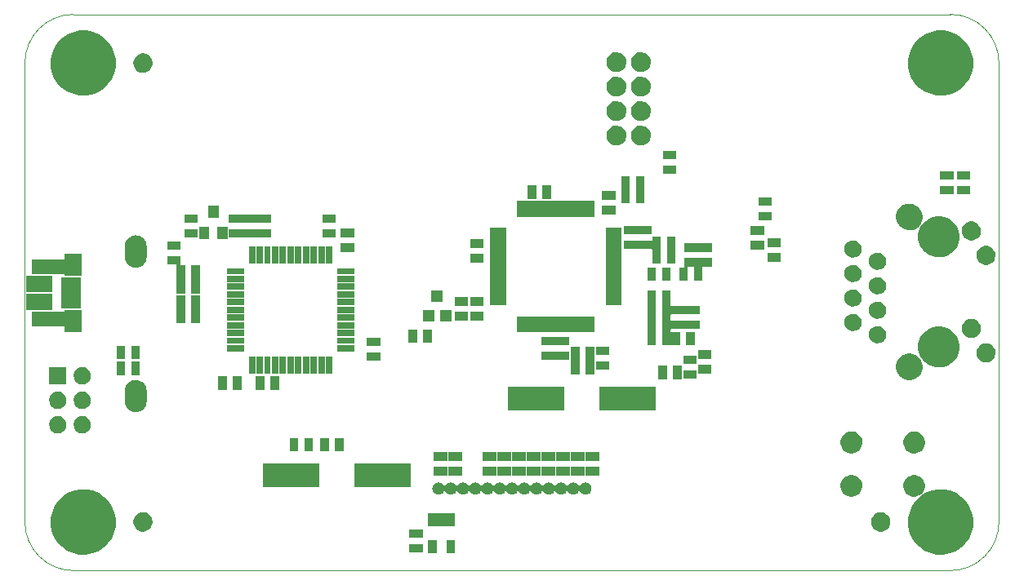
<source format=gts>
G04 #@! TF.FileFunction,Soldermask,Top*
%FSLAX46Y46*%
G04 Gerber Fmt 4.6, Leading zero omitted, Abs format (unit mm)*
G04 Created by KiCad (PCBNEW (2015-01-16 BZR 5376)-product) date 17/05/2015 14:23:26*
%MOMM*%
G01*
G04 APERTURE LIST*
%ADD10C,0.150000*%
%ADD11C,0.100000*%
G04 APERTURE END LIST*
D10*
D11*
X89249784Y-123120874D02*
X89249784Y-75495874D01*
X89249784Y-123120874D02*
G75*
G03X94298222Y-128169312I5048438J0D01*
G01*
X185201346Y-128169312D02*
X94298222Y-128169312D01*
X185201346Y-128169312D02*
G75*
G03X190249784Y-123120874I0J5048438D01*
G01*
X190249784Y-75495874D02*
X190249784Y-123120874D01*
X190249784Y-75495874D02*
G75*
G03X185201346Y-70447436I-5048438J0D01*
G01*
X94298222Y-70447436D02*
X185201346Y-70447436D01*
X94298222Y-70447436D02*
G75*
G03X89249784Y-75495874I0J-5048438D01*
G01*
D10*
G36*
X92108670Y-99229560D02*
X89348670Y-99229560D01*
X89348670Y-97544560D01*
X92108670Y-97544560D01*
X92108670Y-99229560D01*
X92108670Y-99229560D01*
G37*
G36*
X92108670Y-101154560D02*
X89348670Y-101154560D01*
X89348670Y-99469560D01*
X92108670Y-99469560D01*
X92108670Y-101154560D01*
X92108670Y-101154560D01*
G37*
G36*
X93550940Y-108841740D02*
X91766940Y-108841740D01*
X91766940Y-107057740D01*
X93550940Y-107057740D01*
X93550940Y-108841740D01*
X93550940Y-108841740D01*
G37*
G36*
X93550978Y-110402275D02*
X93548188Y-110602078D01*
X93548112Y-110602411D01*
X93548112Y-110602424D01*
X93509436Y-110772660D01*
X93438283Y-110932471D01*
X93337452Y-111075410D01*
X93210765Y-111196051D01*
X93063071Y-111289780D01*
X92899977Y-111353041D01*
X92727707Y-111383416D01*
X92552815Y-111379753D01*
X92381960Y-111342188D01*
X92221666Y-111272157D01*
X92078016Y-111172318D01*
X91956502Y-111046486D01*
X91861740Y-110899446D01*
X91797344Y-110736801D01*
X91765765Y-110564739D01*
X91768208Y-110389827D01*
X91804577Y-110218722D01*
X91873491Y-110057935D01*
X91972321Y-109913598D01*
X92097305Y-109791203D01*
X92243679Y-109695419D01*
X92405872Y-109629889D01*
X92577701Y-109597111D01*
X92752630Y-109598332D01*
X92923990Y-109633508D01*
X93085249Y-109701295D01*
X93230274Y-109799115D01*
X93353538Y-109923243D01*
X93450344Y-110068947D01*
X93517001Y-110230672D01*
X93517001Y-110230676D01*
X93550912Y-110401931D01*
X93550911Y-110401940D01*
X93550978Y-110402275D01*
X93550978Y-110402275D01*
G37*
G36*
X93550978Y-112942275D02*
X93548188Y-113142078D01*
X93548112Y-113142411D01*
X93548112Y-113142424D01*
X93509436Y-113312660D01*
X93438283Y-113472471D01*
X93337452Y-113615410D01*
X93210765Y-113736051D01*
X93063071Y-113829780D01*
X92899977Y-113893041D01*
X92727707Y-113923416D01*
X92552815Y-113919753D01*
X92381960Y-113882188D01*
X92221666Y-113812157D01*
X92078016Y-113712318D01*
X91956502Y-113586486D01*
X91861740Y-113439446D01*
X91797344Y-113276801D01*
X91765765Y-113104739D01*
X91768208Y-112929827D01*
X91804577Y-112758722D01*
X91873491Y-112597935D01*
X91972321Y-112453598D01*
X92097305Y-112331203D01*
X92243679Y-112235419D01*
X92405872Y-112169889D01*
X92577701Y-112137111D01*
X92752630Y-112138332D01*
X92923990Y-112173508D01*
X93085249Y-112241295D01*
X93230274Y-112339115D01*
X93353538Y-112463243D01*
X93450344Y-112608947D01*
X93517001Y-112770672D01*
X93517001Y-112770676D01*
X93550912Y-112941931D01*
X93550911Y-112941940D01*
X93550978Y-112942275D01*
X93550978Y-112942275D01*
G37*
G36*
X95058670Y-100979560D02*
X93048670Y-100979560D01*
X93048670Y-100329560D01*
X93048670Y-100319560D01*
X93048670Y-99679560D01*
X93048670Y-99669560D01*
X93048670Y-99029560D01*
X93048670Y-99019560D01*
X93048670Y-98379560D01*
X93048670Y-98369560D01*
X93048670Y-97719560D01*
X95058670Y-97719560D01*
X95058670Y-98369560D01*
X95058670Y-98379560D01*
X95058670Y-99019560D01*
X95058670Y-99029560D01*
X95058670Y-99669560D01*
X95058670Y-99679560D01*
X95058670Y-100319560D01*
X95058670Y-100329560D01*
X95058670Y-100979560D01*
X95058670Y-100979560D01*
G37*
G36*
X95118670Y-97579560D02*
X93398670Y-97579560D01*
X93398670Y-97454560D01*
X93394729Y-97435103D01*
X93383526Y-97418713D01*
X93366829Y-97407974D01*
X93348670Y-97404560D01*
X89998670Y-97404560D01*
X89998670Y-95844560D01*
X93348670Y-95844560D01*
X93368127Y-95840619D01*
X93384517Y-95829416D01*
X93395256Y-95812719D01*
X93398670Y-95794560D01*
X93398670Y-95319560D01*
X95118670Y-95319560D01*
X95118670Y-97579560D01*
X95118670Y-97579560D01*
G37*
G36*
X95118670Y-103379560D02*
X93398670Y-103379560D01*
X93398670Y-102904560D01*
X93394729Y-102885103D01*
X93383526Y-102868713D01*
X93366829Y-102857974D01*
X93348670Y-102854560D01*
X89998670Y-102854560D01*
X89998670Y-101294560D01*
X93348670Y-101294560D01*
X93368127Y-101290619D01*
X93384517Y-101279416D01*
X93395256Y-101262719D01*
X93398670Y-101244560D01*
X93398670Y-101119560D01*
X95118670Y-101119560D01*
X95118670Y-103379560D01*
X95118670Y-103379560D01*
G37*
G36*
X96090978Y-107862275D02*
X96088188Y-108062078D01*
X96088112Y-108062411D01*
X96088112Y-108062424D01*
X96049436Y-108232660D01*
X95978283Y-108392471D01*
X95877452Y-108535410D01*
X95750765Y-108656051D01*
X95603071Y-108749780D01*
X95439977Y-108813041D01*
X95267707Y-108843416D01*
X95092815Y-108839753D01*
X94921960Y-108802188D01*
X94761666Y-108732157D01*
X94618016Y-108632318D01*
X94496502Y-108506486D01*
X94401740Y-108359446D01*
X94337344Y-108196801D01*
X94305765Y-108024739D01*
X94308208Y-107849827D01*
X94344577Y-107678722D01*
X94413491Y-107517935D01*
X94512321Y-107373598D01*
X94637305Y-107251203D01*
X94783679Y-107155419D01*
X94945872Y-107089889D01*
X95117701Y-107057111D01*
X95292630Y-107058332D01*
X95463990Y-107093508D01*
X95625249Y-107161295D01*
X95770274Y-107259115D01*
X95893538Y-107383243D01*
X95990344Y-107528947D01*
X96057001Y-107690672D01*
X96057001Y-107690676D01*
X96090912Y-107861931D01*
X96090911Y-107861940D01*
X96090978Y-107862275D01*
X96090978Y-107862275D01*
G37*
G36*
X96090978Y-110402275D02*
X96088188Y-110602078D01*
X96088112Y-110602411D01*
X96088112Y-110602424D01*
X96049436Y-110772660D01*
X95978283Y-110932471D01*
X95877452Y-111075410D01*
X95750765Y-111196051D01*
X95603071Y-111289780D01*
X95439977Y-111353041D01*
X95267707Y-111383416D01*
X95092815Y-111379753D01*
X94921960Y-111342188D01*
X94761666Y-111272157D01*
X94618016Y-111172318D01*
X94496502Y-111046486D01*
X94401740Y-110899446D01*
X94337344Y-110736801D01*
X94305765Y-110564739D01*
X94308208Y-110389827D01*
X94344577Y-110218722D01*
X94413491Y-110057935D01*
X94512321Y-109913598D01*
X94637305Y-109791203D01*
X94783679Y-109695419D01*
X94945872Y-109629889D01*
X95117701Y-109597111D01*
X95292630Y-109598332D01*
X95463990Y-109633508D01*
X95625249Y-109701295D01*
X95770274Y-109799115D01*
X95893538Y-109923243D01*
X95990344Y-110068947D01*
X96057001Y-110230672D01*
X96057001Y-110230676D01*
X96090912Y-110401931D01*
X96090911Y-110401940D01*
X96090978Y-110402275D01*
X96090978Y-110402275D01*
G37*
G36*
X96090978Y-112942275D02*
X96088188Y-113142078D01*
X96088112Y-113142411D01*
X96088112Y-113142424D01*
X96049436Y-113312660D01*
X95978283Y-113472471D01*
X95877452Y-113615410D01*
X95750765Y-113736051D01*
X95603071Y-113829780D01*
X95439977Y-113893041D01*
X95267707Y-113923416D01*
X95092815Y-113919753D01*
X94921960Y-113882188D01*
X94761666Y-113812157D01*
X94618016Y-113712318D01*
X94496502Y-113586486D01*
X94401740Y-113439446D01*
X94337344Y-113276801D01*
X94305765Y-113104739D01*
X94308208Y-112929827D01*
X94344577Y-112758722D01*
X94413491Y-112597935D01*
X94512321Y-112453598D01*
X94637305Y-112331203D01*
X94783679Y-112235419D01*
X94945872Y-112169889D01*
X95117701Y-112137111D01*
X95292630Y-112138332D01*
X95463990Y-112173508D01*
X95625249Y-112241295D01*
X95770274Y-112339115D01*
X95893538Y-112463243D01*
X95990344Y-112608947D01*
X96057001Y-112770672D01*
X96057001Y-112770676D01*
X96090912Y-112941931D01*
X96090911Y-112941940D01*
X96090978Y-112942275D01*
X96090978Y-112942275D01*
G37*
G36*
X98680153Y-75166092D02*
X98669581Y-75923194D01*
X98669505Y-75923527D01*
X98669505Y-75923540D01*
X98522730Y-76569573D01*
X98253123Y-77175120D01*
X97871034Y-77716766D01*
X97391010Y-78173886D01*
X96831350Y-78529057D01*
X96213355Y-78768762D01*
X95560575Y-78883864D01*
X94897868Y-78869983D01*
X94250472Y-78727644D01*
X93643063Y-78462273D01*
X93098763Y-78083974D01*
X92638304Y-77607155D01*
X92279234Y-77049988D01*
X92035221Y-76433683D01*
X91915563Y-75781715D01*
X91924818Y-75118929D01*
X92062632Y-74470564D01*
X92323759Y-73861311D01*
X92698248Y-73314383D01*
X93171840Y-72850607D01*
X93726490Y-72487654D01*
X94341076Y-72239345D01*
X94992184Y-72115140D01*
X95655023Y-72119768D01*
X96304339Y-72253053D01*
X96915395Y-72509918D01*
X97464926Y-72880580D01*
X97931997Y-73350923D01*
X98298814Y-73903026D01*
X98551406Y-74515861D01*
X98680087Y-75165748D01*
X98680086Y-75165757D01*
X98680153Y-75166092D01*
X98680153Y-75166092D01*
G37*
G36*
X98680153Y-122791092D02*
X98669581Y-123548194D01*
X98669505Y-123548527D01*
X98669505Y-123548540D01*
X98522730Y-124194573D01*
X98253123Y-124800120D01*
X97871034Y-125341766D01*
X97391010Y-125798886D01*
X96831350Y-126154057D01*
X96213355Y-126393762D01*
X95560575Y-126508864D01*
X94897868Y-126494983D01*
X94250472Y-126352644D01*
X93643063Y-126087273D01*
X93098763Y-125708974D01*
X92638304Y-125232155D01*
X92279234Y-124674988D01*
X92035221Y-124058683D01*
X91915563Y-123406715D01*
X91924818Y-122743929D01*
X92062632Y-122095564D01*
X92323759Y-121486311D01*
X92698248Y-120939383D01*
X93171840Y-120475607D01*
X93726490Y-120112654D01*
X94341076Y-119864345D01*
X94992184Y-119740140D01*
X95655023Y-119744768D01*
X96304339Y-119878053D01*
X96915395Y-120134918D01*
X97464926Y-120505580D01*
X97931997Y-120975923D01*
X98298814Y-121528026D01*
X98551406Y-122140861D01*
X98680087Y-122790748D01*
X98680086Y-122790757D01*
X98680153Y-122791092D01*
X98680153Y-122791092D01*
G37*
G36*
X99634500Y-106238500D02*
X98739500Y-106238500D01*
X98739500Y-104835500D01*
X99634500Y-104835500D01*
X99634500Y-106238500D01*
X99634500Y-106238500D01*
G37*
G36*
X99634500Y-107889500D02*
X98739500Y-107889500D01*
X98739500Y-106486500D01*
X99634500Y-106486500D01*
X99634500Y-107889500D01*
X99634500Y-107889500D01*
G37*
G36*
X101158500Y-106238500D02*
X100263500Y-106238500D01*
X100263500Y-104835500D01*
X101158500Y-104835500D01*
X101158500Y-106238500D01*
X101158500Y-106238500D01*
G37*
G36*
X101158500Y-107889500D02*
X100263500Y-107889500D01*
X100263500Y-106486500D01*
X101158500Y-106486500D01*
X101158500Y-107889500D01*
X101158500Y-107889500D01*
G37*
G36*
X101880000Y-95618165D02*
X101879932Y-95627844D01*
X101879904Y-95631883D01*
X101879890Y-95633906D01*
X101855307Y-95853069D01*
X101788623Y-96063283D01*
X101682378Y-96256542D01*
X101540620Y-96425483D01*
X101368746Y-96563673D01*
X101173305Y-96665847D01*
X100961741Y-96728114D01*
X100961702Y-96728117D01*
X100961694Y-96728120D01*
X100742113Y-96748104D01*
X100522831Y-96725057D01*
X100522817Y-96725052D01*
X100522782Y-96725049D01*
X100312107Y-96659834D01*
X100118112Y-96554941D01*
X99948185Y-96414366D01*
X99808799Y-96243461D01*
X99705263Y-96048739D01*
X99641521Y-95837614D01*
X99620000Y-95618129D01*
X99620000Y-95615930D01*
X99620000Y-94501871D01*
X99620000Y-94501835D01*
X99620067Y-94492155D01*
X99620110Y-94486094D01*
X99644693Y-94266931D01*
X99711377Y-94056717D01*
X99817622Y-93863458D01*
X99959380Y-93694517D01*
X100131254Y-93556327D01*
X100326695Y-93454153D01*
X100538259Y-93391886D01*
X100538297Y-93391882D01*
X100538306Y-93391880D01*
X100757887Y-93371896D01*
X100977169Y-93394943D01*
X100977182Y-93394947D01*
X100977218Y-93394951D01*
X101187893Y-93460166D01*
X101381888Y-93565059D01*
X101551815Y-93705634D01*
X101691201Y-93876539D01*
X101794737Y-94071261D01*
X101858479Y-94282386D01*
X101880000Y-94501871D01*
X101880000Y-94504070D01*
X101880000Y-95618129D01*
X101880000Y-95618165D01*
X101880000Y-95618165D01*
G37*
G36*
X101880000Y-110618165D02*
X101879932Y-110627844D01*
X101879904Y-110631883D01*
X101879890Y-110633906D01*
X101855307Y-110853069D01*
X101788623Y-111063283D01*
X101682378Y-111256542D01*
X101540620Y-111425483D01*
X101368746Y-111563673D01*
X101173305Y-111665847D01*
X100961741Y-111728114D01*
X100961702Y-111728117D01*
X100961694Y-111728120D01*
X100742113Y-111748104D01*
X100522831Y-111725057D01*
X100522817Y-111725052D01*
X100522782Y-111725049D01*
X100312107Y-111659834D01*
X100118112Y-111554941D01*
X99948185Y-111414366D01*
X99808799Y-111243461D01*
X99705263Y-111048739D01*
X99641521Y-110837614D01*
X99620000Y-110618129D01*
X99620000Y-110615930D01*
X99620000Y-109501871D01*
X99620000Y-109501835D01*
X99620067Y-109492155D01*
X99620110Y-109486094D01*
X99644693Y-109266931D01*
X99711377Y-109056717D01*
X99817622Y-108863458D01*
X99959380Y-108694517D01*
X100131254Y-108556327D01*
X100326695Y-108454153D01*
X100538259Y-108391886D01*
X100538297Y-108391882D01*
X100538306Y-108391880D01*
X100757887Y-108371896D01*
X100977169Y-108394943D01*
X100977182Y-108394947D01*
X100977218Y-108394951D01*
X101187893Y-108460166D01*
X101381888Y-108565059D01*
X101551815Y-108705634D01*
X101691201Y-108876539D01*
X101794737Y-109071261D01*
X101858479Y-109282386D01*
X101880000Y-109501871D01*
X101880000Y-109504070D01*
X101880000Y-110618129D01*
X101880000Y-110618165D01*
X101880000Y-110618165D01*
G37*
G36*
X102500043Y-75399463D02*
X102496916Y-75623458D01*
X102496839Y-75623796D01*
X102496839Y-75623804D01*
X102453471Y-75814693D01*
X102373705Y-75993851D01*
X102260661Y-76154101D01*
X102118639Y-76289346D01*
X101953061Y-76394424D01*
X101770221Y-76465345D01*
X101577093Y-76499397D01*
X101381025Y-76495291D01*
X101189485Y-76453178D01*
X101009779Y-76374665D01*
X100848742Y-76262743D01*
X100712511Y-76121671D01*
X100606279Y-75956831D01*
X100534085Y-75774492D01*
X100498682Y-75581598D01*
X100501421Y-75385508D01*
X100542194Y-75193686D01*
X100619451Y-75013432D01*
X100730247Y-74851619D01*
X100870364Y-74714405D01*
X101034461Y-74607023D01*
X101216292Y-74533559D01*
X101408925Y-74496812D01*
X101605034Y-74498182D01*
X101797141Y-74537616D01*
X101977925Y-74613611D01*
X102140509Y-74723274D01*
X102278697Y-74862431D01*
X102387223Y-75025774D01*
X102461954Y-75207085D01*
X102499978Y-75399119D01*
X102499977Y-75399133D01*
X102500043Y-75399463D01*
X102500043Y-75399463D01*
G37*
G36*
X102500043Y-123024463D02*
X102496916Y-123248458D01*
X102496839Y-123248796D01*
X102496839Y-123248804D01*
X102453471Y-123439693D01*
X102373705Y-123618851D01*
X102260661Y-123779101D01*
X102118639Y-123914346D01*
X101953061Y-124019424D01*
X101770221Y-124090345D01*
X101577093Y-124124397D01*
X101381025Y-124120291D01*
X101189485Y-124078178D01*
X101009779Y-123999665D01*
X100848742Y-123887743D01*
X100712511Y-123746671D01*
X100606279Y-123581831D01*
X100534085Y-123399492D01*
X100498682Y-123206598D01*
X100501421Y-123010508D01*
X100542194Y-122818686D01*
X100619451Y-122638432D01*
X100730247Y-122476619D01*
X100870364Y-122339405D01*
X101034461Y-122232023D01*
X101216292Y-122158559D01*
X101408925Y-122121812D01*
X101605034Y-122123182D01*
X101797141Y-122162616D01*
X101977925Y-122238611D01*
X102140509Y-122348274D01*
X102278697Y-122487431D01*
X102387223Y-122650774D01*
X102461954Y-122832085D01*
X102499978Y-123024119D01*
X102499977Y-123024133D01*
X102500043Y-123024463D01*
X102500043Y-123024463D01*
G37*
G36*
X105401500Y-94895500D02*
X103998500Y-94895500D01*
X103998500Y-94000500D01*
X105401500Y-94000500D01*
X105401500Y-94895500D01*
X105401500Y-94895500D01*
G37*
G36*
X105885500Y-99411500D02*
X104990500Y-99411500D01*
X104990500Y-98008500D01*
X104990500Y-97911500D01*
X104990500Y-96508500D01*
X104990500Y-96469500D01*
X104986559Y-96450043D01*
X104975356Y-96433653D01*
X104958659Y-96422914D01*
X104940500Y-96419500D01*
X103998500Y-96419500D01*
X103998500Y-95524500D01*
X105401500Y-95524500D01*
X105401500Y-96419500D01*
X105401500Y-96458500D01*
X105405441Y-96477957D01*
X105416644Y-96494347D01*
X105433341Y-96505086D01*
X105451500Y-96508500D01*
X105885500Y-96508500D01*
X105885500Y-97911500D01*
X105885500Y-98008500D01*
X105885500Y-99411500D01*
X105885500Y-99411500D01*
G37*
G36*
X105885500Y-102511500D02*
X104990500Y-102511500D01*
X104990500Y-101108500D01*
X104990500Y-101011500D01*
X104990500Y-99608500D01*
X105885500Y-99608500D01*
X105885500Y-101011500D01*
X105885500Y-101108500D01*
X105885500Y-102511500D01*
X105885500Y-102511500D01*
G37*
G36*
X107201500Y-92095500D02*
X105798500Y-92095500D01*
X105798500Y-91200500D01*
X107201500Y-91200500D01*
X107201500Y-92095500D01*
X107201500Y-92095500D01*
G37*
G36*
X107201500Y-93619500D02*
X105798500Y-93619500D01*
X105798500Y-92724500D01*
X107201500Y-92724500D01*
X107201500Y-93619500D01*
X107201500Y-93619500D01*
G37*
G36*
X107409500Y-99411500D02*
X106514500Y-99411500D01*
X106514500Y-98008500D01*
X106514500Y-97911500D01*
X106514500Y-96508500D01*
X107409500Y-96508500D01*
X107409500Y-97911500D01*
X107409500Y-98008500D01*
X107409500Y-99411500D01*
X107409500Y-99411500D01*
G37*
G36*
X107409500Y-102511500D02*
X106514500Y-102511500D01*
X106514500Y-101108500D01*
X106514500Y-101011500D01*
X106514500Y-99608500D01*
X107409500Y-99608500D01*
X107409500Y-101011500D01*
X107409500Y-101108500D01*
X107409500Y-102511500D01*
X107409500Y-102511500D01*
G37*
G36*
X108377550Y-93740200D02*
X107317450Y-93740200D01*
X107317450Y-92479440D01*
X108377550Y-92479440D01*
X108377550Y-93740200D01*
X108377550Y-93740200D01*
G37*
G36*
X109330050Y-91540560D02*
X108269950Y-91540560D01*
X108269950Y-90279800D01*
X109330050Y-90279800D01*
X109330050Y-91540560D01*
X109330050Y-91540560D01*
G37*
G36*
X110185500Y-109411500D02*
X109290500Y-109411500D01*
X109290500Y-108008500D01*
X110185500Y-108008500D01*
X110185500Y-109411500D01*
X110185500Y-109411500D01*
G37*
G36*
X110282550Y-93740200D02*
X109222450Y-93740200D01*
X109222450Y-92479440D01*
X110282550Y-92479440D01*
X110282550Y-93740200D01*
X110282550Y-93740200D01*
G37*
G36*
X111709500Y-109411500D02*
X110814500Y-109411500D01*
X110814500Y-108008500D01*
X111709500Y-108008500D01*
X111709500Y-109411500D01*
X111709500Y-109411500D01*
G37*
G36*
X111977000Y-97442700D02*
X110193000Y-97442700D01*
X110193000Y-96776300D01*
X111977000Y-96776300D01*
X111977000Y-97442700D01*
X111977000Y-97442700D01*
G37*
G36*
X111977000Y-98242800D02*
X110193000Y-98242800D01*
X110193000Y-97576400D01*
X111977000Y-97576400D01*
X111977000Y-98242800D01*
X111977000Y-98242800D01*
G37*
G36*
X111977000Y-99042900D02*
X110193000Y-99042900D01*
X110193000Y-98376500D01*
X111977000Y-98376500D01*
X111977000Y-99042900D01*
X111977000Y-99042900D01*
G37*
G36*
X111977000Y-99843000D02*
X110193000Y-99843000D01*
X110193000Y-99176600D01*
X111977000Y-99176600D01*
X111977000Y-99843000D01*
X111977000Y-99843000D01*
G37*
G36*
X111977000Y-100643100D02*
X110193000Y-100643100D01*
X110193000Y-99976700D01*
X111977000Y-99976700D01*
X111977000Y-100643100D01*
X111977000Y-100643100D01*
G37*
G36*
X111977000Y-101443200D02*
X110193000Y-101443200D01*
X110193000Y-100776800D01*
X111977000Y-100776800D01*
X111977000Y-101443200D01*
X111977000Y-101443200D01*
G37*
G36*
X111977000Y-102243300D02*
X110193000Y-102243300D01*
X110193000Y-101576900D01*
X111977000Y-101576900D01*
X111977000Y-102243300D01*
X111977000Y-102243300D01*
G37*
G36*
X111977000Y-103043400D02*
X110193000Y-103043400D01*
X110193000Y-102377000D01*
X111977000Y-102377000D01*
X111977000Y-103043400D01*
X111977000Y-103043400D01*
G37*
G36*
X111977000Y-103843500D02*
X110193000Y-103843500D01*
X110193000Y-103177100D01*
X111977000Y-103177100D01*
X111977000Y-103843500D01*
X111977000Y-103843500D01*
G37*
G36*
X111977000Y-104643600D02*
X110193000Y-104643600D01*
X110193000Y-103977200D01*
X111977000Y-103977200D01*
X111977000Y-104643600D01*
X111977000Y-104643600D01*
G37*
G36*
X111977000Y-105443700D02*
X110193000Y-105443700D01*
X110193000Y-104777300D01*
X111977000Y-104777300D01*
X111977000Y-105443700D01*
X111977000Y-105443700D01*
G37*
G36*
X113132700Y-96287000D02*
X112466300Y-96287000D01*
X112466300Y-94503000D01*
X113132700Y-94503000D01*
X113132700Y-96287000D01*
X113132700Y-96287000D01*
G37*
G36*
X113132700Y-107717000D02*
X112466300Y-107717000D01*
X112466300Y-105933000D01*
X113132700Y-105933000D01*
X113132700Y-107717000D01*
X113132700Y-107717000D01*
G37*
G36*
X113932800Y-96287000D02*
X113266400Y-96287000D01*
X113266400Y-94503000D01*
X113932800Y-94503000D01*
X113932800Y-96287000D01*
X113932800Y-96287000D01*
G37*
G36*
X113932800Y-107717000D02*
X113266400Y-107717000D01*
X113266400Y-105933000D01*
X113932800Y-105933000D01*
X113932800Y-107717000D01*
X113932800Y-107717000D01*
G37*
G36*
X114085500Y-109411500D02*
X113190500Y-109411500D01*
X113190500Y-108008500D01*
X114085500Y-108008500D01*
X114085500Y-109411500D01*
X114085500Y-109411500D01*
G37*
G36*
X114732900Y-96287000D02*
X114066500Y-96287000D01*
X114066500Y-94503000D01*
X114732900Y-94503000D01*
X114732900Y-96287000D01*
X114732900Y-96287000D01*
G37*
G36*
X114732900Y-107717000D02*
X114066500Y-107717000D01*
X114066500Y-105933000D01*
X114732900Y-105933000D01*
X114732900Y-107717000D01*
X114732900Y-107717000D01*
G37*
G36*
X114801500Y-92095500D02*
X113398500Y-92095500D01*
X113301500Y-92095500D01*
X111898500Y-92095500D01*
X111801500Y-92095500D01*
X110398500Y-92095500D01*
X110398500Y-91200500D01*
X111801500Y-91200500D01*
X111898500Y-91200500D01*
X113301500Y-91200500D01*
X113398500Y-91200500D01*
X114801500Y-91200500D01*
X114801500Y-92095500D01*
X114801500Y-92095500D01*
G37*
G36*
X114801500Y-93619500D02*
X113398500Y-93619500D01*
X113301500Y-93619500D01*
X111898500Y-93619500D01*
X111801500Y-93619500D01*
X110398500Y-93619500D01*
X110398500Y-92724500D01*
X111801500Y-92724500D01*
X111898500Y-92724500D01*
X113301500Y-92724500D01*
X113398500Y-92724500D01*
X114801500Y-92724500D01*
X114801500Y-93619500D01*
X114801500Y-93619500D01*
G37*
G36*
X115533000Y-96287000D02*
X114866600Y-96287000D01*
X114866600Y-94503000D01*
X115533000Y-94503000D01*
X115533000Y-96287000D01*
X115533000Y-96287000D01*
G37*
G36*
X115533000Y-107717000D02*
X114866600Y-107717000D01*
X114866600Y-105933000D01*
X115533000Y-105933000D01*
X115533000Y-107717000D01*
X115533000Y-107717000D01*
G37*
G36*
X115609500Y-109411500D02*
X114714500Y-109411500D01*
X114714500Y-108008500D01*
X115609500Y-108008500D01*
X115609500Y-109411500D01*
X115609500Y-109411500D01*
G37*
G36*
X116333100Y-96287000D02*
X115666700Y-96287000D01*
X115666700Y-94503000D01*
X116333100Y-94503000D01*
X116333100Y-96287000D01*
X116333100Y-96287000D01*
G37*
G36*
X116333100Y-107717000D02*
X115666700Y-107717000D01*
X115666700Y-105933000D01*
X116333100Y-105933000D01*
X116333100Y-107717000D01*
X116333100Y-107717000D01*
G37*
G36*
X117133200Y-96287000D02*
X116466800Y-96287000D01*
X116466800Y-94503000D01*
X117133200Y-94503000D01*
X117133200Y-96287000D01*
X117133200Y-96287000D01*
G37*
G36*
X117133200Y-107717000D02*
X116466800Y-107717000D01*
X116466800Y-105933000D01*
X117133200Y-105933000D01*
X117133200Y-107717000D01*
X117133200Y-107717000D01*
G37*
G36*
X117585500Y-115811500D02*
X116690500Y-115811500D01*
X116690500Y-114408500D01*
X117585500Y-114408500D01*
X117585500Y-115811500D01*
X117585500Y-115811500D01*
G37*
G36*
X117933300Y-96287000D02*
X117266900Y-96287000D01*
X117266900Y-94503000D01*
X117933300Y-94503000D01*
X117933300Y-96287000D01*
X117933300Y-96287000D01*
G37*
G36*
X117933300Y-107717000D02*
X117266900Y-107717000D01*
X117266900Y-105933000D01*
X117933300Y-105933000D01*
X117933300Y-107717000D01*
X117933300Y-107717000D01*
G37*
G36*
X118733400Y-96287000D02*
X118067000Y-96287000D01*
X118067000Y-94503000D01*
X118733400Y-94503000D01*
X118733400Y-96287000D01*
X118733400Y-96287000D01*
G37*
G36*
X118733400Y-107717000D02*
X118067000Y-107717000D01*
X118067000Y-105933000D01*
X118733400Y-105933000D01*
X118733400Y-107717000D01*
X118733400Y-107717000D01*
G37*
G36*
X119109500Y-115811500D02*
X118214500Y-115811500D01*
X118214500Y-114408500D01*
X119109500Y-114408500D01*
X119109500Y-115811500D01*
X119109500Y-115811500D01*
G37*
G36*
X119533500Y-96287000D02*
X118867100Y-96287000D01*
X118867100Y-94503000D01*
X119533500Y-94503000D01*
X119533500Y-96287000D01*
X119533500Y-96287000D01*
G37*
G36*
X119533500Y-107717000D02*
X118867100Y-107717000D01*
X118867100Y-105933000D01*
X119533500Y-105933000D01*
X119533500Y-107717000D01*
X119533500Y-107717000D01*
G37*
G36*
X119780000Y-119540000D02*
X113920000Y-119540000D01*
X113920000Y-117080000D01*
X119780000Y-117080000D01*
X119780000Y-119540000D01*
X119780000Y-119540000D01*
G37*
G36*
X120333600Y-96287000D02*
X119667200Y-96287000D01*
X119667200Y-94503000D01*
X120333600Y-94503000D01*
X120333600Y-96287000D01*
X120333600Y-96287000D01*
G37*
G36*
X120333600Y-107717000D02*
X119667200Y-107717000D01*
X119667200Y-105933000D01*
X120333600Y-105933000D01*
X120333600Y-107717000D01*
X120333600Y-107717000D01*
G37*
G36*
X120785500Y-115811500D02*
X119890500Y-115811500D01*
X119890500Y-114408500D01*
X120785500Y-114408500D01*
X120785500Y-115811500D01*
X120785500Y-115811500D01*
G37*
G36*
X121133700Y-96287000D02*
X120467300Y-96287000D01*
X120467300Y-94503000D01*
X121133700Y-94503000D01*
X121133700Y-96287000D01*
X121133700Y-96287000D01*
G37*
G36*
X121133700Y-107717000D02*
X120467300Y-107717000D01*
X120467300Y-105933000D01*
X121133700Y-105933000D01*
X121133700Y-107717000D01*
X121133700Y-107717000D01*
G37*
G36*
X121501500Y-92095500D02*
X120098500Y-92095500D01*
X120098500Y-91200500D01*
X121501500Y-91200500D01*
X121501500Y-92095500D01*
X121501500Y-92095500D01*
G37*
G36*
X121501500Y-93619500D02*
X120098500Y-93619500D01*
X120098500Y-92724500D01*
X121501500Y-92724500D01*
X121501500Y-93619500D01*
X121501500Y-93619500D01*
G37*
G36*
X122309500Y-115811500D02*
X121414500Y-115811500D01*
X121414500Y-114408500D01*
X122309500Y-114408500D01*
X122309500Y-115811500D01*
X122309500Y-115811500D01*
G37*
G36*
X123401500Y-93595500D02*
X121998500Y-93595500D01*
X121998500Y-92700500D01*
X123401500Y-92700500D01*
X123401500Y-93595500D01*
X123401500Y-93595500D01*
G37*
G36*
X123401500Y-95119500D02*
X121998500Y-95119500D01*
X121998500Y-94224500D01*
X123401500Y-94224500D01*
X123401500Y-95119500D01*
X123401500Y-95119500D01*
G37*
G36*
X123407000Y-97442700D02*
X121623000Y-97442700D01*
X121623000Y-96776300D01*
X123407000Y-96776300D01*
X123407000Y-97442700D01*
X123407000Y-97442700D01*
G37*
G36*
X123407000Y-98242800D02*
X121623000Y-98242800D01*
X121623000Y-97576400D01*
X123407000Y-97576400D01*
X123407000Y-98242800D01*
X123407000Y-98242800D01*
G37*
G36*
X123407000Y-99042900D02*
X121623000Y-99042900D01*
X121623000Y-98376500D01*
X123407000Y-98376500D01*
X123407000Y-99042900D01*
X123407000Y-99042900D01*
G37*
G36*
X123407000Y-99843000D02*
X121623000Y-99843000D01*
X121623000Y-99176600D01*
X123407000Y-99176600D01*
X123407000Y-99843000D01*
X123407000Y-99843000D01*
G37*
G36*
X123407000Y-100643100D02*
X121623000Y-100643100D01*
X121623000Y-99976700D01*
X123407000Y-99976700D01*
X123407000Y-100643100D01*
X123407000Y-100643100D01*
G37*
G36*
X123407000Y-101443200D02*
X121623000Y-101443200D01*
X121623000Y-100776800D01*
X123407000Y-100776800D01*
X123407000Y-101443200D01*
X123407000Y-101443200D01*
G37*
G36*
X123407000Y-102243300D02*
X121623000Y-102243300D01*
X121623000Y-101576900D01*
X123407000Y-101576900D01*
X123407000Y-102243300D01*
X123407000Y-102243300D01*
G37*
G36*
X123407000Y-103043400D02*
X121623000Y-103043400D01*
X121623000Y-102377000D01*
X123407000Y-102377000D01*
X123407000Y-103043400D01*
X123407000Y-103043400D01*
G37*
G36*
X123407000Y-103843500D02*
X121623000Y-103843500D01*
X121623000Y-103177100D01*
X123407000Y-103177100D01*
X123407000Y-103843500D01*
X123407000Y-103843500D01*
G37*
G36*
X123407000Y-104643600D02*
X121623000Y-104643600D01*
X121623000Y-103977200D01*
X123407000Y-103977200D01*
X123407000Y-104643600D01*
X123407000Y-104643600D01*
G37*
G36*
X123407000Y-105443700D02*
X121623000Y-105443700D01*
X121623000Y-104777300D01*
X123407000Y-104777300D01*
X123407000Y-105443700D01*
X123407000Y-105443700D01*
G37*
G36*
X126101500Y-104895500D02*
X124698500Y-104895500D01*
X124698500Y-104000500D01*
X126101500Y-104000500D01*
X126101500Y-104895500D01*
X126101500Y-104895500D01*
G37*
G36*
X126101500Y-106419500D02*
X124698500Y-106419500D01*
X124698500Y-105524500D01*
X126101500Y-105524500D01*
X126101500Y-106419500D01*
X126101500Y-106419500D01*
G37*
G36*
X129280000Y-119540000D02*
X123420000Y-119540000D01*
X123420000Y-117080000D01*
X129280000Y-117080000D01*
X129280000Y-119540000D01*
X129280000Y-119540000D01*
G37*
G36*
X129915500Y-104544018D02*
X129020500Y-104544018D01*
X129020500Y-103141018D01*
X129915500Y-103141018D01*
X129915500Y-104544018D01*
X129915500Y-104544018D01*
G37*
G36*
X130521500Y-124775500D02*
X129118500Y-124775500D01*
X129118500Y-123880500D01*
X130521500Y-123880500D01*
X130521500Y-124775500D01*
X130521500Y-124775500D01*
G37*
G36*
X130521500Y-126299500D02*
X129118500Y-126299500D01*
X129118500Y-125404500D01*
X130521500Y-125404500D01*
X130521500Y-126299500D01*
X130521500Y-126299500D01*
G37*
G36*
X131439500Y-104544018D02*
X130544500Y-104544018D01*
X130544500Y-103141018D01*
X131439500Y-103141018D01*
X131439500Y-104544018D01*
X131439500Y-104544018D01*
G37*
G36*
X131698200Y-102313200D02*
X130523800Y-102313200D01*
X130523800Y-101138800D01*
X131698200Y-101138800D01*
X131698200Y-102313200D01*
X131698200Y-102313200D01*
G37*
G36*
X131930000Y-126390000D02*
X131070000Y-126390000D01*
X131070000Y-125030000D01*
X131930000Y-125030000D01*
X131930000Y-126390000D01*
X131930000Y-126390000D01*
G37*
G36*
X132587200Y-100281200D02*
X131412800Y-100281200D01*
X131412800Y-99106800D01*
X132587200Y-99106800D01*
X132587200Y-100281200D01*
X132587200Y-100281200D01*
G37*
G36*
X133035500Y-116779500D02*
X131632500Y-116779500D01*
X131632500Y-115884500D01*
X133035500Y-115884500D01*
X133035500Y-116779500D01*
X133035500Y-116779500D01*
G37*
G36*
X133035500Y-118303500D02*
X131632500Y-118303500D01*
X131632500Y-117408500D01*
X133035500Y-117408500D01*
X133035500Y-118303500D01*
X133035500Y-118303500D01*
G37*
G36*
X133476200Y-102313200D02*
X132301800Y-102313200D01*
X132301800Y-101138800D01*
X133476200Y-101138800D01*
X133476200Y-102313200D01*
X133476200Y-102313200D01*
G37*
G36*
X133830000Y-123590000D02*
X132970000Y-123590000D01*
X132880000Y-123590000D01*
X132020000Y-123590000D01*
X131930000Y-123590000D01*
X131070000Y-123590000D01*
X131070000Y-122230000D01*
X131930000Y-122230000D01*
X132020000Y-122230000D01*
X132880000Y-122230000D01*
X132970000Y-122230000D01*
X133830000Y-122230000D01*
X133830000Y-123590000D01*
X133830000Y-123590000D01*
G37*
G36*
X133830000Y-126390000D02*
X132970000Y-126390000D01*
X132970000Y-125030000D01*
X133830000Y-125030000D01*
X133830000Y-126390000D01*
X133830000Y-126390000D01*
G37*
G36*
X134559500Y-116779500D02*
X133156500Y-116779500D01*
X133156500Y-115884500D01*
X134559500Y-115884500D01*
X134559500Y-116779500D01*
X134559500Y-116779500D01*
G37*
G36*
X134559500Y-118303500D02*
X133156500Y-118303500D01*
X133156500Y-117408500D01*
X134559500Y-117408500D01*
X134559500Y-118303500D01*
X134559500Y-118303500D01*
G37*
G36*
X135201500Y-100695500D02*
X133798500Y-100695500D01*
X133798500Y-99800500D01*
X135201500Y-99800500D01*
X135201500Y-100695500D01*
X135201500Y-100695500D01*
G37*
G36*
X135201500Y-102219500D02*
X133798500Y-102219500D01*
X133798500Y-101324500D01*
X135201500Y-101324500D01*
X135201500Y-102219500D01*
X135201500Y-102219500D01*
G37*
G36*
X136801500Y-94695500D02*
X135398500Y-94695500D01*
X135398500Y-93800500D01*
X136801500Y-93800500D01*
X136801500Y-94695500D01*
X136801500Y-94695500D01*
G37*
G36*
X136801500Y-96219500D02*
X135398500Y-96219500D01*
X135398500Y-95324500D01*
X136801500Y-95324500D01*
X136801500Y-96219500D01*
X136801500Y-96219500D01*
G37*
G36*
X136801500Y-100695500D02*
X135398500Y-100695500D01*
X135398500Y-99800500D01*
X136801500Y-99800500D01*
X136801500Y-100695500D01*
X136801500Y-100695500D01*
G37*
G36*
X136801500Y-102219500D02*
X135398500Y-102219500D01*
X135398500Y-101324500D01*
X136801500Y-101324500D01*
X136801500Y-102219500D01*
X136801500Y-102219500D01*
G37*
G36*
X138115500Y-116779500D02*
X136712500Y-116779500D01*
X136712500Y-115884500D01*
X138115500Y-115884500D01*
X138115500Y-116779500D01*
X138115500Y-116779500D01*
G37*
G36*
X138115500Y-118303500D02*
X136712500Y-118303500D01*
X136712500Y-117408500D01*
X138115500Y-117408500D01*
X138115500Y-118303500D01*
X138115500Y-118303500D01*
G37*
G36*
X139130000Y-100655000D02*
X137470000Y-100655000D01*
X137470000Y-100255000D01*
X137470000Y-100165000D01*
X137470000Y-99855000D01*
X137470000Y-99765000D01*
X137470000Y-99455000D01*
X137470000Y-99365000D01*
X137470000Y-99055000D01*
X137470000Y-98965000D01*
X137470000Y-98655000D01*
X137470000Y-98565000D01*
X137470000Y-98255000D01*
X137470000Y-98165000D01*
X137470000Y-97855000D01*
X137470000Y-97765000D01*
X137470000Y-97455000D01*
X137470000Y-97365000D01*
X137470000Y-97055000D01*
X137470000Y-96965000D01*
X137470000Y-96655000D01*
X137470000Y-96565000D01*
X137470000Y-96255000D01*
X137470000Y-96165000D01*
X137470000Y-95855000D01*
X137470000Y-95765000D01*
X137470000Y-95455000D01*
X137470000Y-95365000D01*
X137470000Y-95055000D01*
X137470000Y-94965000D01*
X137470000Y-94655000D01*
X137470000Y-94565000D01*
X137470000Y-94255000D01*
X137470000Y-94165000D01*
X137470000Y-93855000D01*
X137470000Y-93765000D01*
X137470000Y-93455000D01*
X137470000Y-93365000D01*
X137470000Y-93055000D01*
X137470000Y-92965000D01*
X137470000Y-92565000D01*
X139130000Y-92565000D01*
X139130000Y-92965000D01*
X139130000Y-93055000D01*
X139130000Y-93365000D01*
X139130000Y-93455000D01*
X139130000Y-93765000D01*
X139130000Y-93855000D01*
X139130000Y-94165000D01*
X139130000Y-94255000D01*
X139130000Y-94565000D01*
X139130000Y-94655000D01*
X139130000Y-94965000D01*
X139130000Y-95055000D01*
X139130000Y-95365000D01*
X139130000Y-95455000D01*
X139130000Y-95765000D01*
X139130000Y-95855000D01*
X139130000Y-96165000D01*
X139130000Y-96255000D01*
X139130000Y-96565000D01*
X139130000Y-96655000D01*
X139130000Y-96965000D01*
X139130000Y-97055000D01*
X139130000Y-97365000D01*
X139130000Y-97455000D01*
X139130000Y-97765000D01*
X139130000Y-97855000D01*
X139130000Y-98165000D01*
X139130000Y-98255000D01*
X139130000Y-98565000D01*
X139130000Y-98655000D01*
X139130000Y-98965000D01*
X139130000Y-99055000D01*
X139130000Y-99365000D01*
X139130000Y-99455000D01*
X139130000Y-99765000D01*
X139130000Y-99855000D01*
X139130000Y-100165000D01*
X139130000Y-100255000D01*
X139130000Y-100655000D01*
X139130000Y-100655000D01*
G37*
G36*
X139639500Y-116779500D02*
X138236500Y-116779500D01*
X138236500Y-115884500D01*
X139639500Y-115884500D01*
X139639500Y-116779500D01*
X139639500Y-116779500D01*
G37*
G36*
X139639500Y-118303500D02*
X138236500Y-118303500D01*
X138236500Y-117408500D01*
X139639500Y-117408500D01*
X139639500Y-118303500D01*
X139639500Y-118303500D01*
G37*
G36*
X141163500Y-116779500D02*
X139760500Y-116779500D01*
X139760500Y-115884500D01*
X141163500Y-115884500D01*
X141163500Y-116779500D01*
X141163500Y-116779500D01*
G37*
G36*
X141163500Y-118303500D02*
X139760500Y-118303500D01*
X139760500Y-117408500D01*
X141163500Y-117408500D01*
X141163500Y-118303500D01*
X141163500Y-118303500D01*
G37*
G36*
X142285500Y-89611500D02*
X141390500Y-89611500D01*
X141390500Y-88208500D01*
X142285500Y-88208500D01*
X142285500Y-89611500D01*
X142285500Y-89611500D01*
G37*
G36*
X142687500Y-116779500D02*
X141284500Y-116779500D01*
X141284500Y-115884500D01*
X142687500Y-115884500D01*
X142687500Y-116779500D01*
X142687500Y-116779500D01*
G37*
G36*
X142687500Y-118303500D02*
X141284500Y-118303500D01*
X141284500Y-117408500D01*
X142687500Y-117408500D01*
X142687500Y-118303500D01*
X142687500Y-118303500D01*
G37*
G36*
X143809500Y-89611500D02*
X142914500Y-89611500D01*
X142914500Y-88208500D01*
X143809500Y-88208500D01*
X143809500Y-89611500D01*
X143809500Y-89611500D01*
G37*
G36*
X144211500Y-116779500D02*
X142808500Y-116779500D01*
X142808500Y-115884500D01*
X144211500Y-115884500D01*
X144211500Y-116779500D01*
X144211500Y-116779500D01*
G37*
G36*
X144211500Y-118303500D02*
X142808500Y-118303500D01*
X142808500Y-117408500D01*
X144211500Y-117408500D01*
X144211500Y-118303500D01*
X144211500Y-118303500D01*
G37*
G36*
X145180000Y-111540000D02*
X139320000Y-111540000D01*
X139320000Y-109080000D01*
X145180000Y-109080000D01*
X145180000Y-111540000D01*
X145180000Y-111540000D01*
G37*
G36*
X145701500Y-104795500D02*
X144298500Y-104795500D01*
X144201500Y-104795500D01*
X142798500Y-104795500D01*
X142798500Y-103900500D01*
X144201500Y-103900500D01*
X144298500Y-103900500D01*
X145701500Y-103900500D01*
X145701500Y-104795500D01*
X145701500Y-104795500D01*
G37*
G36*
X145701500Y-106319500D02*
X144298500Y-106319500D01*
X144201500Y-106319500D01*
X142798500Y-106319500D01*
X142798500Y-105424500D01*
X144201500Y-105424500D01*
X144298500Y-105424500D01*
X145701500Y-105424500D01*
X145701500Y-106319500D01*
X145701500Y-106319500D01*
G37*
G36*
X145735500Y-116779500D02*
X144332500Y-116779500D01*
X144332500Y-115884500D01*
X145735500Y-115884500D01*
X145735500Y-116779500D01*
X145735500Y-116779500D01*
G37*
G36*
X145735500Y-118303500D02*
X144332500Y-118303500D01*
X144332500Y-117408500D01*
X145735500Y-117408500D01*
X145735500Y-118303500D01*
X145735500Y-118303500D01*
G37*
G36*
X146785500Y-107811500D02*
X145890500Y-107811500D01*
X145890500Y-106408500D01*
X145890500Y-106311500D01*
X145890500Y-104908500D01*
X146785500Y-104908500D01*
X146785500Y-106311500D01*
X146785500Y-106408500D01*
X146785500Y-107811500D01*
X146785500Y-107811500D01*
G37*
G36*
X147259500Y-116779500D02*
X145856500Y-116779500D01*
X145856500Y-115884500D01*
X147259500Y-115884500D01*
X147259500Y-116779500D01*
X147259500Y-116779500D01*
G37*
G36*
X147259500Y-118303500D02*
X145856500Y-118303500D01*
X145856500Y-117408500D01*
X147259500Y-117408500D01*
X147259500Y-118303500D01*
X147259500Y-118303500D01*
G37*
G36*
X148000027Y-119598225D02*
X147998056Y-119739342D01*
X147997980Y-119739675D01*
X147997980Y-119739687D01*
X147970686Y-119859821D01*
X147920434Y-119972690D01*
X147849217Y-120073647D01*
X147759741Y-120158853D01*
X147655429Y-120225051D01*
X147540239Y-120269731D01*
X147418569Y-120291184D01*
X147295047Y-120288597D01*
X147174373Y-120262065D01*
X147061164Y-120212606D01*
X146959705Y-120142090D01*
X146873881Y-120053216D01*
X146806957Y-119949370D01*
X146781955Y-119886224D01*
X146771127Y-119869584D01*
X146754678Y-119858469D01*
X146735199Y-119854632D01*
X146715763Y-119858677D01*
X146699433Y-119869966D01*
X146689788Y-119884295D01*
X146650433Y-119972692D01*
X146579217Y-120073647D01*
X146489741Y-120158853D01*
X146385429Y-120225051D01*
X146270239Y-120269731D01*
X146148569Y-120291184D01*
X146025047Y-120288597D01*
X145904373Y-120262065D01*
X145791164Y-120212606D01*
X145689705Y-120142090D01*
X145603881Y-120053216D01*
X145536957Y-119949370D01*
X145511955Y-119886224D01*
X145501127Y-119869584D01*
X145484678Y-119858469D01*
X145465199Y-119854632D01*
X145445763Y-119858677D01*
X145429433Y-119869966D01*
X145419788Y-119884295D01*
X145380433Y-119972692D01*
X145309217Y-120073647D01*
X145219741Y-120158853D01*
X145115429Y-120225051D01*
X145000239Y-120269731D01*
X144878569Y-120291184D01*
X144755047Y-120288597D01*
X144634373Y-120262065D01*
X144521164Y-120212606D01*
X144419705Y-120142090D01*
X144333881Y-120053216D01*
X144266957Y-119949370D01*
X144241955Y-119886224D01*
X144231127Y-119869584D01*
X144214678Y-119858469D01*
X144195199Y-119854632D01*
X144175763Y-119858677D01*
X144159433Y-119869966D01*
X144149788Y-119884295D01*
X144110433Y-119972692D01*
X144039217Y-120073647D01*
X143949741Y-120158853D01*
X143845429Y-120225051D01*
X143730239Y-120269731D01*
X143608569Y-120291184D01*
X143485047Y-120288597D01*
X143364373Y-120262065D01*
X143251164Y-120212606D01*
X143149705Y-120142090D01*
X143063881Y-120053216D01*
X142996957Y-119949370D01*
X142971955Y-119886224D01*
X142961127Y-119869584D01*
X142944678Y-119858469D01*
X142925199Y-119854632D01*
X142905763Y-119858677D01*
X142889433Y-119869966D01*
X142879788Y-119884295D01*
X142840433Y-119972692D01*
X142769217Y-120073647D01*
X142679741Y-120158853D01*
X142575429Y-120225051D01*
X142460239Y-120269731D01*
X142338569Y-120291184D01*
X142215047Y-120288597D01*
X142094373Y-120262065D01*
X141981164Y-120212606D01*
X141879705Y-120142090D01*
X141793881Y-120053216D01*
X141726957Y-119949370D01*
X141701955Y-119886224D01*
X141691127Y-119869584D01*
X141674678Y-119858469D01*
X141655199Y-119854632D01*
X141635763Y-119858677D01*
X141619433Y-119869966D01*
X141609788Y-119884295D01*
X141570433Y-119972692D01*
X141499217Y-120073647D01*
X141409741Y-120158853D01*
X141305429Y-120225051D01*
X141190239Y-120269731D01*
X141068569Y-120291184D01*
X140945047Y-120288597D01*
X140824373Y-120262065D01*
X140711164Y-120212606D01*
X140609705Y-120142090D01*
X140523881Y-120053216D01*
X140456957Y-119949370D01*
X140431955Y-119886224D01*
X140421127Y-119869584D01*
X140404678Y-119858469D01*
X140385199Y-119854632D01*
X140365763Y-119858677D01*
X140349433Y-119869966D01*
X140339788Y-119884295D01*
X140300433Y-119972692D01*
X140229217Y-120073647D01*
X140139741Y-120158853D01*
X140035429Y-120225051D01*
X139920239Y-120269731D01*
X139798569Y-120291184D01*
X139675047Y-120288597D01*
X139554373Y-120262065D01*
X139441164Y-120212606D01*
X139339705Y-120142090D01*
X139253881Y-120053216D01*
X139186957Y-119949370D01*
X139161955Y-119886224D01*
X139151127Y-119869584D01*
X139134678Y-119858469D01*
X139115199Y-119854632D01*
X139095763Y-119858677D01*
X139079433Y-119869966D01*
X139069788Y-119884295D01*
X139030433Y-119972692D01*
X138959217Y-120073647D01*
X138869741Y-120158853D01*
X138765429Y-120225051D01*
X138650239Y-120269731D01*
X138528569Y-120291184D01*
X138405047Y-120288597D01*
X138284373Y-120262065D01*
X138171164Y-120212606D01*
X138069705Y-120142090D01*
X137983881Y-120053216D01*
X137916957Y-119949370D01*
X137891955Y-119886224D01*
X137881127Y-119869584D01*
X137864678Y-119858469D01*
X137845199Y-119854632D01*
X137825763Y-119858677D01*
X137809433Y-119869966D01*
X137799788Y-119884295D01*
X137760433Y-119972692D01*
X137689217Y-120073647D01*
X137599741Y-120158853D01*
X137495429Y-120225051D01*
X137380239Y-120269731D01*
X137258569Y-120291184D01*
X137135047Y-120288597D01*
X137014373Y-120262065D01*
X136901164Y-120212606D01*
X136799705Y-120142090D01*
X136713881Y-120053216D01*
X136646957Y-119949370D01*
X136621955Y-119886224D01*
X136611127Y-119869584D01*
X136594678Y-119858469D01*
X136575199Y-119854632D01*
X136555763Y-119858677D01*
X136539433Y-119869966D01*
X136529788Y-119884295D01*
X136490433Y-119972692D01*
X136419217Y-120073647D01*
X136329741Y-120158853D01*
X136225429Y-120225051D01*
X136110239Y-120269731D01*
X135988569Y-120291184D01*
X135865047Y-120288597D01*
X135744373Y-120262065D01*
X135631164Y-120212606D01*
X135529705Y-120142090D01*
X135443881Y-120053216D01*
X135376957Y-119949370D01*
X135351955Y-119886224D01*
X135341127Y-119869584D01*
X135324678Y-119858469D01*
X135305199Y-119854632D01*
X135285763Y-119858677D01*
X135269433Y-119869966D01*
X135259788Y-119884295D01*
X135220433Y-119972692D01*
X135149217Y-120073647D01*
X135059741Y-120158853D01*
X134955429Y-120225051D01*
X134840239Y-120269731D01*
X134718569Y-120291184D01*
X134595047Y-120288597D01*
X134474373Y-120262065D01*
X134361164Y-120212606D01*
X134259705Y-120142090D01*
X134173881Y-120053216D01*
X134106957Y-119949370D01*
X134081955Y-119886224D01*
X134071127Y-119869584D01*
X134054678Y-119858469D01*
X134035199Y-119854632D01*
X134015763Y-119858677D01*
X133999433Y-119869966D01*
X133989788Y-119884295D01*
X133950433Y-119972692D01*
X133879217Y-120073647D01*
X133789741Y-120158853D01*
X133685429Y-120225051D01*
X133570239Y-120269731D01*
X133448569Y-120291184D01*
X133325047Y-120288597D01*
X133204373Y-120262065D01*
X133091164Y-120212606D01*
X132989705Y-120142090D01*
X132903881Y-120053216D01*
X132836957Y-119949370D01*
X132811955Y-119886224D01*
X132801127Y-119869584D01*
X132784678Y-119858469D01*
X132765199Y-119854632D01*
X132745763Y-119858677D01*
X132729433Y-119869966D01*
X132719788Y-119884295D01*
X132680433Y-119972692D01*
X132609217Y-120073647D01*
X132519741Y-120158853D01*
X132415429Y-120225051D01*
X132300239Y-120269731D01*
X132178569Y-120291184D01*
X132055047Y-120288597D01*
X131934373Y-120262065D01*
X131821164Y-120212606D01*
X131719705Y-120142090D01*
X131633881Y-120053216D01*
X131566957Y-119949370D01*
X131521473Y-119834492D01*
X131499169Y-119712969D01*
X131500895Y-119589433D01*
X131526581Y-119468587D01*
X131575254Y-119355026D01*
X131645055Y-119253084D01*
X131733330Y-119166638D01*
X131836710Y-119098988D01*
X131951264Y-119052705D01*
X132072622Y-119029555D01*
X132196171Y-119030418D01*
X132317199Y-119055262D01*
X132431092Y-119103138D01*
X132533523Y-119172228D01*
X132620580Y-119259895D01*
X132688950Y-119362801D01*
X132718614Y-119434771D01*
X132729672Y-119451259D01*
X132746275Y-119462143D01*
X132765805Y-119465709D01*
X132785183Y-119461393D01*
X132801354Y-119449877D01*
X132810798Y-119435416D01*
X132845255Y-119355024D01*
X132915055Y-119253084D01*
X133003330Y-119166638D01*
X133106710Y-119098988D01*
X133221264Y-119052705D01*
X133342622Y-119029555D01*
X133466171Y-119030418D01*
X133587199Y-119055262D01*
X133701092Y-119103138D01*
X133803523Y-119172228D01*
X133890580Y-119259895D01*
X133958950Y-119362801D01*
X133988614Y-119434771D01*
X133999672Y-119451259D01*
X134016275Y-119462143D01*
X134035805Y-119465709D01*
X134055183Y-119461393D01*
X134071354Y-119449877D01*
X134080798Y-119435416D01*
X134115255Y-119355024D01*
X134185055Y-119253084D01*
X134273330Y-119166638D01*
X134376710Y-119098988D01*
X134491264Y-119052705D01*
X134612622Y-119029555D01*
X134736171Y-119030418D01*
X134857199Y-119055262D01*
X134971092Y-119103138D01*
X135073523Y-119172228D01*
X135160580Y-119259895D01*
X135228950Y-119362801D01*
X135258614Y-119434771D01*
X135269672Y-119451259D01*
X135286275Y-119462143D01*
X135305805Y-119465709D01*
X135325183Y-119461393D01*
X135341354Y-119449877D01*
X135350798Y-119435416D01*
X135385255Y-119355024D01*
X135455055Y-119253084D01*
X135543330Y-119166638D01*
X135646710Y-119098988D01*
X135761264Y-119052705D01*
X135882622Y-119029555D01*
X136006171Y-119030418D01*
X136127199Y-119055262D01*
X136241092Y-119103138D01*
X136343523Y-119172228D01*
X136430580Y-119259895D01*
X136498950Y-119362801D01*
X136528614Y-119434771D01*
X136539672Y-119451259D01*
X136556275Y-119462143D01*
X136575805Y-119465709D01*
X136595183Y-119461393D01*
X136611354Y-119449877D01*
X136620798Y-119435416D01*
X136655255Y-119355024D01*
X136725055Y-119253084D01*
X136813330Y-119166638D01*
X136916710Y-119098988D01*
X137031264Y-119052705D01*
X137152622Y-119029555D01*
X137276171Y-119030418D01*
X137397199Y-119055262D01*
X137511092Y-119103138D01*
X137613523Y-119172228D01*
X137700580Y-119259895D01*
X137768950Y-119362801D01*
X137798614Y-119434771D01*
X137809672Y-119451259D01*
X137826275Y-119462143D01*
X137845805Y-119465709D01*
X137865183Y-119461393D01*
X137881354Y-119449877D01*
X137890798Y-119435416D01*
X137925255Y-119355024D01*
X137995055Y-119253084D01*
X138083330Y-119166638D01*
X138186710Y-119098988D01*
X138301264Y-119052705D01*
X138422622Y-119029555D01*
X138546171Y-119030418D01*
X138667199Y-119055262D01*
X138781092Y-119103138D01*
X138883523Y-119172228D01*
X138970580Y-119259895D01*
X139038950Y-119362801D01*
X139068614Y-119434771D01*
X139079672Y-119451259D01*
X139096275Y-119462143D01*
X139115805Y-119465709D01*
X139135183Y-119461393D01*
X139151354Y-119449877D01*
X139160798Y-119435416D01*
X139195255Y-119355024D01*
X139265055Y-119253084D01*
X139353330Y-119166638D01*
X139456710Y-119098988D01*
X139571264Y-119052705D01*
X139692622Y-119029555D01*
X139816171Y-119030418D01*
X139937199Y-119055262D01*
X140051092Y-119103138D01*
X140153523Y-119172228D01*
X140240580Y-119259895D01*
X140308950Y-119362801D01*
X140338614Y-119434771D01*
X140349672Y-119451259D01*
X140366275Y-119462143D01*
X140385805Y-119465709D01*
X140405183Y-119461393D01*
X140421354Y-119449877D01*
X140430798Y-119435416D01*
X140465255Y-119355024D01*
X140535055Y-119253084D01*
X140623330Y-119166638D01*
X140726710Y-119098988D01*
X140841264Y-119052705D01*
X140962622Y-119029555D01*
X141086171Y-119030418D01*
X141207199Y-119055262D01*
X141321092Y-119103138D01*
X141423523Y-119172228D01*
X141510580Y-119259895D01*
X141578950Y-119362801D01*
X141608614Y-119434771D01*
X141619672Y-119451259D01*
X141636275Y-119462143D01*
X141655805Y-119465709D01*
X141675183Y-119461393D01*
X141691354Y-119449877D01*
X141700798Y-119435416D01*
X141735255Y-119355024D01*
X141805055Y-119253084D01*
X141893330Y-119166638D01*
X141996710Y-119098988D01*
X142111264Y-119052705D01*
X142232622Y-119029555D01*
X142356171Y-119030418D01*
X142477199Y-119055262D01*
X142591092Y-119103138D01*
X142693523Y-119172228D01*
X142780580Y-119259895D01*
X142848950Y-119362801D01*
X142878614Y-119434771D01*
X142889672Y-119451259D01*
X142906275Y-119462143D01*
X142925805Y-119465709D01*
X142945183Y-119461393D01*
X142961354Y-119449877D01*
X142970798Y-119435416D01*
X143005255Y-119355024D01*
X143075055Y-119253084D01*
X143163330Y-119166638D01*
X143266710Y-119098988D01*
X143381264Y-119052705D01*
X143502622Y-119029555D01*
X143626171Y-119030418D01*
X143747199Y-119055262D01*
X143861092Y-119103138D01*
X143963523Y-119172228D01*
X144050580Y-119259895D01*
X144118950Y-119362801D01*
X144148614Y-119434771D01*
X144159672Y-119451259D01*
X144176275Y-119462143D01*
X144195805Y-119465709D01*
X144215183Y-119461393D01*
X144231354Y-119449877D01*
X144240798Y-119435416D01*
X144275255Y-119355024D01*
X144345055Y-119253084D01*
X144433330Y-119166638D01*
X144536710Y-119098988D01*
X144651264Y-119052705D01*
X144772622Y-119029555D01*
X144896171Y-119030418D01*
X145017199Y-119055262D01*
X145131092Y-119103138D01*
X145233523Y-119172228D01*
X145320580Y-119259895D01*
X145388950Y-119362801D01*
X145418614Y-119434771D01*
X145429672Y-119451259D01*
X145446275Y-119462143D01*
X145465805Y-119465709D01*
X145485183Y-119461393D01*
X145501354Y-119449877D01*
X145510798Y-119435416D01*
X145545255Y-119355024D01*
X145615055Y-119253084D01*
X145703330Y-119166638D01*
X145806710Y-119098988D01*
X145921264Y-119052705D01*
X146042622Y-119029555D01*
X146166171Y-119030418D01*
X146287199Y-119055262D01*
X146401092Y-119103138D01*
X146503523Y-119172228D01*
X146590580Y-119259895D01*
X146658950Y-119362801D01*
X146688614Y-119434771D01*
X146699672Y-119451259D01*
X146716275Y-119462143D01*
X146735805Y-119465709D01*
X146755183Y-119461393D01*
X146771354Y-119449877D01*
X146780798Y-119435416D01*
X146815255Y-119355024D01*
X146885055Y-119253084D01*
X146973330Y-119166638D01*
X147076710Y-119098988D01*
X147191264Y-119052705D01*
X147312622Y-119029555D01*
X147436171Y-119030418D01*
X147557199Y-119055262D01*
X147671092Y-119103138D01*
X147773523Y-119172228D01*
X147860580Y-119259895D01*
X147928950Y-119362800D01*
X147976031Y-119477026D01*
X147999961Y-119597882D01*
X147999960Y-119597891D01*
X148000027Y-119598225D01*
X148000027Y-119598225D01*
G37*
G36*
X148309500Y-107811500D02*
X147414500Y-107811500D01*
X147414500Y-106408500D01*
X147414500Y-106311500D01*
X147414500Y-104908500D01*
X148309500Y-104908500D01*
X148309500Y-106311500D01*
X148309500Y-106408500D01*
X148309500Y-107811500D01*
X148309500Y-107811500D01*
G37*
G36*
X148345000Y-91440000D02*
X147945000Y-91440000D01*
X147855000Y-91440000D01*
X147545000Y-91440000D01*
X147455000Y-91440000D01*
X147145000Y-91440000D01*
X147055000Y-91440000D01*
X146745000Y-91440000D01*
X146655000Y-91440000D01*
X146345000Y-91440000D01*
X146255000Y-91440000D01*
X145945000Y-91440000D01*
X145855000Y-91440000D01*
X145545000Y-91440000D01*
X145455000Y-91440000D01*
X145145000Y-91440000D01*
X145055000Y-91440000D01*
X144745000Y-91440000D01*
X144655000Y-91440000D01*
X144345000Y-91440000D01*
X144255000Y-91440000D01*
X143945000Y-91440000D01*
X143855000Y-91440000D01*
X143545000Y-91440000D01*
X143455000Y-91440000D01*
X143145000Y-91440000D01*
X143055000Y-91440000D01*
X142745000Y-91440000D01*
X142655000Y-91440000D01*
X142345000Y-91440000D01*
X142255000Y-91440000D01*
X141945000Y-91440000D01*
X141855000Y-91440000D01*
X141545000Y-91440000D01*
X141455000Y-91440000D01*
X141145000Y-91440000D01*
X141055000Y-91440000D01*
X140745000Y-91440000D01*
X140655000Y-91440000D01*
X140255000Y-91440000D01*
X140255000Y-89780000D01*
X140655000Y-89780000D01*
X140745000Y-89780000D01*
X141055000Y-89780000D01*
X141145000Y-89780000D01*
X141455000Y-89780000D01*
X141545000Y-89780000D01*
X141855000Y-89780000D01*
X141945000Y-89780000D01*
X142255000Y-89780000D01*
X142345000Y-89780000D01*
X142655000Y-89780000D01*
X142745000Y-89780000D01*
X143055000Y-89780000D01*
X143145000Y-89780000D01*
X143455000Y-89780000D01*
X143545000Y-89780000D01*
X143855000Y-89780000D01*
X143945000Y-89780000D01*
X144255000Y-89780000D01*
X144345000Y-89780000D01*
X144655000Y-89780000D01*
X144745000Y-89780000D01*
X145055000Y-89780000D01*
X145145000Y-89780000D01*
X145455000Y-89780000D01*
X145545000Y-89780000D01*
X145855000Y-89780000D01*
X145945000Y-89780000D01*
X146255000Y-89780000D01*
X146345000Y-89780000D01*
X146655000Y-89780000D01*
X146745000Y-89780000D01*
X147055000Y-89780000D01*
X147145000Y-89780000D01*
X147455000Y-89780000D01*
X147545000Y-89780000D01*
X147855000Y-89780000D01*
X147945000Y-89780000D01*
X148345000Y-89780000D01*
X148345000Y-91440000D01*
X148345000Y-91440000D01*
G37*
G36*
X148345000Y-103440000D02*
X147945000Y-103440000D01*
X147855000Y-103440000D01*
X147545000Y-103440000D01*
X147455000Y-103440000D01*
X147145000Y-103440000D01*
X147055000Y-103440000D01*
X146745000Y-103440000D01*
X146655000Y-103440000D01*
X146345000Y-103440000D01*
X146255000Y-103440000D01*
X145945000Y-103440000D01*
X145855000Y-103440000D01*
X145545000Y-103440000D01*
X145455000Y-103440000D01*
X145145000Y-103440000D01*
X145055000Y-103440000D01*
X144745000Y-103440000D01*
X144655000Y-103440000D01*
X144345000Y-103440000D01*
X144255000Y-103440000D01*
X143945000Y-103440000D01*
X143855000Y-103440000D01*
X143545000Y-103440000D01*
X143455000Y-103440000D01*
X143145000Y-103440000D01*
X143055000Y-103440000D01*
X142745000Y-103440000D01*
X142655000Y-103440000D01*
X142345000Y-103440000D01*
X142255000Y-103440000D01*
X141945000Y-103440000D01*
X141855000Y-103440000D01*
X141545000Y-103440000D01*
X141455000Y-103440000D01*
X141145000Y-103440000D01*
X141055000Y-103440000D01*
X140745000Y-103440000D01*
X140655000Y-103440000D01*
X140255000Y-103440000D01*
X140255000Y-101780000D01*
X140655000Y-101780000D01*
X140745000Y-101780000D01*
X141055000Y-101780000D01*
X141145000Y-101780000D01*
X141455000Y-101780000D01*
X141545000Y-101780000D01*
X141855000Y-101780000D01*
X141945000Y-101780000D01*
X142255000Y-101780000D01*
X142345000Y-101780000D01*
X142655000Y-101780000D01*
X142745000Y-101780000D01*
X143055000Y-101780000D01*
X143145000Y-101780000D01*
X143455000Y-101780000D01*
X143545000Y-101780000D01*
X143855000Y-101780000D01*
X143945000Y-101780000D01*
X144255000Y-101780000D01*
X144345000Y-101780000D01*
X144655000Y-101780000D01*
X144745000Y-101780000D01*
X145055000Y-101780000D01*
X145145000Y-101780000D01*
X145455000Y-101780000D01*
X145545000Y-101780000D01*
X145855000Y-101780000D01*
X145945000Y-101780000D01*
X146255000Y-101780000D01*
X146345000Y-101780000D01*
X146655000Y-101780000D01*
X146745000Y-101780000D01*
X147055000Y-101780000D01*
X147145000Y-101780000D01*
X147455000Y-101780000D01*
X147545000Y-101780000D01*
X147855000Y-101780000D01*
X147945000Y-101780000D01*
X148345000Y-101780000D01*
X148345000Y-103440000D01*
X148345000Y-103440000D01*
G37*
G36*
X148783500Y-116779500D02*
X147380500Y-116779500D01*
X147380500Y-115884500D01*
X148783500Y-115884500D01*
X148783500Y-116779500D01*
X148783500Y-116779500D01*
G37*
G36*
X148783500Y-118303500D02*
X147380500Y-118303500D01*
X147380500Y-117408500D01*
X148783500Y-117408500D01*
X148783500Y-118303500D01*
X148783500Y-118303500D01*
G37*
G36*
X149851500Y-105795500D02*
X148448500Y-105795500D01*
X148448500Y-104900500D01*
X149851500Y-104900500D01*
X149851500Y-105795500D01*
X149851500Y-105795500D01*
G37*
G36*
X149851500Y-107319500D02*
X148448500Y-107319500D01*
X148448500Y-106424500D01*
X149851500Y-106424500D01*
X149851500Y-107319500D01*
X149851500Y-107319500D01*
G37*
G36*
X150501500Y-89695500D02*
X149098500Y-89695500D01*
X149098500Y-88800500D01*
X150501500Y-88800500D01*
X150501500Y-89695500D01*
X150501500Y-89695500D01*
G37*
G36*
X150501500Y-91219500D02*
X149098500Y-91219500D01*
X149098500Y-90324500D01*
X150501500Y-90324500D01*
X150501500Y-91219500D01*
X150501500Y-91219500D01*
G37*
G36*
X151130000Y-100655000D02*
X149470000Y-100655000D01*
X149470000Y-100255000D01*
X149470000Y-100165000D01*
X149470000Y-99855000D01*
X149470000Y-99765000D01*
X149470000Y-99455000D01*
X149470000Y-99365000D01*
X149470000Y-99055000D01*
X149470000Y-98965000D01*
X149470000Y-98655000D01*
X149470000Y-98565000D01*
X149470000Y-98255000D01*
X149470000Y-98165000D01*
X149470000Y-97855000D01*
X149470000Y-97765000D01*
X149470000Y-97455000D01*
X149470000Y-97365000D01*
X149470000Y-97055000D01*
X149470000Y-96965000D01*
X149470000Y-96655000D01*
X149470000Y-96565000D01*
X149470000Y-96255000D01*
X149470000Y-96165000D01*
X149470000Y-95855000D01*
X149470000Y-95765000D01*
X149470000Y-95455000D01*
X149470000Y-95365000D01*
X149470000Y-95055000D01*
X149470000Y-94965000D01*
X149470000Y-94655000D01*
X149470000Y-94565000D01*
X149470000Y-94255000D01*
X149470000Y-94165000D01*
X149470000Y-93855000D01*
X149470000Y-93765000D01*
X149470000Y-93455000D01*
X149470000Y-93365000D01*
X149470000Y-93055000D01*
X149470000Y-92965000D01*
X149470000Y-92565000D01*
X151130000Y-92565000D01*
X151130000Y-92965000D01*
X151130000Y-93055000D01*
X151130000Y-93365000D01*
X151130000Y-93455000D01*
X151130000Y-93765000D01*
X151130000Y-93855000D01*
X151130000Y-94165000D01*
X151130000Y-94255000D01*
X151130000Y-94565000D01*
X151130000Y-94655000D01*
X151130000Y-94965000D01*
X151130000Y-95055000D01*
X151130000Y-95365000D01*
X151130000Y-95455000D01*
X151130000Y-95765000D01*
X151130000Y-95855000D01*
X151130000Y-96165000D01*
X151130000Y-96255000D01*
X151130000Y-96565000D01*
X151130000Y-96655000D01*
X151130000Y-96965000D01*
X151130000Y-97055000D01*
X151130000Y-97365000D01*
X151130000Y-97455000D01*
X151130000Y-97765000D01*
X151130000Y-97855000D01*
X151130000Y-98165000D01*
X151130000Y-98255000D01*
X151130000Y-98565000D01*
X151130000Y-98655000D01*
X151130000Y-98965000D01*
X151130000Y-99055000D01*
X151130000Y-99365000D01*
X151130000Y-99455000D01*
X151130000Y-99765000D01*
X151130000Y-99855000D01*
X151130000Y-100165000D01*
X151130000Y-100255000D01*
X151130000Y-100655000D01*
X151130000Y-100655000D01*
G37*
G36*
X151616484Y-75309003D02*
X151613263Y-75539718D01*
X151613187Y-75540051D01*
X151613187Y-75540064D01*
X151568515Y-75736691D01*
X151486356Y-75921223D01*
X151369921Y-76086280D01*
X151223638Y-76225583D01*
X151053093Y-76333813D01*
X150864768Y-76406861D01*
X150665845Y-76441936D01*
X150463896Y-76437706D01*
X150266608Y-76394329D01*
X150081512Y-76313463D01*
X149915645Y-76198182D01*
X149775326Y-76052878D01*
X149665907Y-75883093D01*
X149591548Y-75695283D01*
X149555083Y-75496602D01*
X149557904Y-75294630D01*
X149599900Y-75097053D01*
X149679475Y-74911391D01*
X149793595Y-74744724D01*
X149937915Y-74603394D01*
X150106935Y-74492791D01*
X150294221Y-74417123D01*
X150492633Y-74379273D01*
X150694625Y-74380684D01*
X150892495Y-74421301D01*
X151078703Y-74499575D01*
X151246167Y-74612531D01*
X151388496Y-74755857D01*
X151500281Y-74924106D01*
X151577251Y-75110852D01*
X151616419Y-75308660D01*
X151616418Y-75308673D01*
X151616484Y-75309003D01*
X151616484Y-75309003D01*
G37*
G36*
X151616484Y-77849003D02*
X151613263Y-78079718D01*
X151613187Y-78080051D01*
X151613187Y-78080064D01*
X151568515Y-78276691D01*
X151486356Y-78461223D01*
X151369921Y-78626280D01*
X151223638Y-78765583D01*
X151053093Y-78873813D01*
X150864768Y-78946861D01*
X150665845Y-78981936D01*
X150463896Y-78977706D01*
X150266608Y-78934329D01*
X150081512Y-78853463D01*
X149915645Y-78738182D01*
X149775326Y-78592878D01*
X149665907Y-78423093D01*
X149591548Y-78235283D01*
X149555083Y-78036602D01*
X149557904Y-77834630D01*
X149599900Y-77637053D01*
X149679475Y-77451391D01*
X149793595Y-77284724D01*
X149937915Y-77143394D01*
X150106935Y-77032791D01*
X150294221Y-76957123D01*
X150492633Y-76919273D01*
X150694625Y-76920684D01*
X150892495Y-76961301D01*
X151078703Y-77039575D01*
X151246167Y-77152531D01*
X151388496Y-77295857D01*
X151500281Y-77464106D01*
X151577251Y-77650852D01*
X151616419Y-77848660D01*
X151616418Y-77848673D01*
X151616484Y-77849003D01*
X151616484Y-77849003D01*
G37*
G36*
X151616484Y-80389003D02*
X151613263Y-80619718D01*
X151613187Y-80620051D01*
X151613187Y-80620064D01*
X151568515Y-80816691D01*
X151486356Y-81001223D01*
X151369921Y-81166280D01*
X151223638Y-81305583D01*
X151053093Y-81413813D01*
X150864768Y-81486861D01*
X150665845Y-81521936D01*
X150463896Y-81517706D01*
X150266608Y-81474329D01*
X150081512Y-81393463D01*
X149915645Y-81278182D01*
X149775326Y-81132878D01*
X149665907Y-80963093D01*
X149591548Y-80775283D01*
X149555083Y-80576602D01*
X149557904Y-80374630D01*
X149599900Y-80177053D01*
X149679475Y-79991391D01*
X149793595Y-79824724D01*
X149937915Y-79683394D01*
X150106935Y-79572791D01*
X150294221Y-79497123D01*
X150492633Y-79459273D01*
X150694625Y-79460684D01*
X150892495Y-79501301D01*
X151078703Y-79579575D01*
X151246167Y-79692531D01*
X151388496Y-79835857D01*
X151500281Y-80004106D01*
X151577251Y-80190852D01*
X151616419Y-80388660D01*
X151616418Y-80388673D01*
X151616484Y-80389003D01*
X151616484Y-80389003D01*
G37*
G36*
X151616484Y-82929003D02*
X151613263Y-83159718D01*
X151613187Y-83160051D01*
X151613187Y-83160064D01*
X151568515Y-83356691D01*
X151486356Y-83541223D01*
X151369921Y-83706280D01*
X151223638Y-83845583D01*
X151053093Y-83953813D01*
X150864768Y-84026861D01*
X150665845Y-84061936D01*
X150463896Y-84057706D01*
X150266608Y-84014329D01*
X150081512Y-83933463D01*
X149915645Y-83818182D01*
X149775326Y-83672878D01*
X149665907Y-83503093D01*
X149591548Y-83315283D01*
X149555083Y-83116602D01*
X149557904Y-82914630D01*
X149599900Y-82717053D01*
X149679475Y-82531391D01*
X149793595Y-82364724D01*
X149937915Y-82223394D01*
X150106935Y-82112791D01*
X150294221Y-82037123D01*
X150492633Y-81999273D01*
X150694625Y-82000684D01*
X150892495Y-82041301D01*
X151078703Y-82119575D01*
X151246167Y-82232531D01*
X151388496Y-82375857D01*
X151500281Y-82544106D01*
X151577251Y-82730852D01*
X151616419Y-82928660D01*
X151616418Y-82928673D01*
X151616484Y-82929003D01*
X151616484Y-82929003D01*
G37*
G36*
X151985500Y-90011500D02*
X151090500Y-90011500D01*
X151090500Y-88611500D01*
X151090500Y-88608500D01*
X151090500Y-87208500D01*
X151985500Y-87208500D01*
X151985500Y-88608500D01*
X151985500Y-88611500D01*
X151985500Y-90011500D01*
X151985500Y-90011500D01*
G37*
G36*
X153509500Y-90011500D02*
X152614500Y-90011500D01*
X152614500Y-88611500D01*
X152614500Y-88608500D01*
X152614500Y-87208500D01*
X153509500Y-87208500D01*
X153509500Y-88608500D01*
X153509500Y-88611500D01*
X153509500Y-90011500D01*
X153509500Y-90011500D01*
G37*
G36*
X154156484Y-75309003D02*
X154153263Y-75539718D01*
X154153187Y-75540051D01*
X154153187Y-75540064D01*
X154108515Y-75736691D01*
X154026356Y-75921223D01*
X153909921Y-76086280D01*
X153763638Y-76225583D01*
X153593093Y-76333813D01*
X153404768Y-76406861D01*
X153205845Y-76441936D01*
X153003896Y-76437706D01*
X152806608Y-76394329D01*
X152621512Y-76313463D01*
X152455645Y-76198182D01*
X152315326Y-76052878D01*
X152205907Y-75883093D01*
X152131548Y-75695283D01*
X152095083Y-75496602D01*
X152097904Y-75294630D01*
X152139900Y-75097053D01*
X152219475Y-74911391D01*
X152333595Y-74744724D01*
X152477915Y-74603394D01*
X152646935Y-74492791D01*
X152834221Y-74417123D01*
X153032633Y-74379273D01*
X153234625Y-74380684D01*
X153432495Y-74421301D01*
X153618703Y-74499575D01*
X153786167Y-74612531D01*
X153928496Y-74755857D01*
X154040281Y-74924106D01*
X154117251Y-75110852D01*
X154156419Y-75308660D01*
X154156418Y-75308673D01*
X154156484Y-75309003D01*
X154156484Y-75309003D01*
G37*
G36*
X154156484Y-77849003D02*
X154153263Y-78079718D01*
X154153187Y-78080051D01*
X154153187Y-78080064D01*
X154108515Y-78276691D01*
X154026356Y-78461223D01*
X153909921Y-78626280D01*
X153763638Y-78765583D01*
X153593093Y-78873813D01*
X153404768Y-78946861D01*
X153205845Y-78981936D01*
X153003896Y-78977706D01*
X152806608Y-78934329D01*
X152621512Y-78853463D01*
X152455645Y-78738182D01*
X152315326Y-78592878D01*
X152205907Y-78423093D01*
X152131548Y-78235283D01*
X152095083Y-78036602D01*
X152097904Y-77834630D01*
X152139900Y-77637053D01*
X152219475Y-77451391D01*
X152333595Y-77284724D01*
X152477915Y-77143394D01*
X152646935Y-77032791D01*
X152834221Y-76957123D01*
X153032633Y-76919273D01*
X153234625Y-76920684D01*
X153432495Y-76961301D01*
X153618703Y-77039575D01*
X153786167Y-77152531D01*
X153928496Y-77295857D01*
X154040281Y-77464106D01*
X154117251Y-77650852D01*
X154156419Y-77848660D01*
X154156418Y-77848673D01*
X154156484Y-77849003D01*
X154156484Y-77849003D01*
G37*
G36*
X154156484Y-80389003D02*
X154153263Y-80619718D01*
X154153187Y-80620051D01*
X154153187Y-80620064D01*
X154108515Y-80816691D01*
X154026356Y-81001223D01*
X153909921Y-81166280D01*
X153763638Y-81305583D01*
X153593093Y-81413813D01*
X153404768Y-81486861D01*
X153205845Y-81521936D01*
X153003896Y-81517706D01*
X152806608Y-81474329D01*
X152621512Y-81393463D01*
X152455645Y-81278182D01*
X152315326Y-81132878D01*
X152205907Y-80963093D01*
X152131548Y-80775283D01*
X152095083Y-80576602D01*
X152097904Y-80374630D01*
X152139900Y-80177053D01*
X152219475Y-79991391D01*
X152333595Y-79824724D01*
X152477915Y-79683394D01*
X152646935Y-79572791D01*
X152834221Y-79497123D01*
X153032633Y-79459273D01*
X153234625Y-79460684D01*
X153432495Y-79501301D01*
X153618703Y-79579575D01*
X153786167Y-79692531D01*
X153928496Y-79835857D01*
X154040281Y-80004106D01*
X154117251Y-80190852D01*
X154156419Y-80388660D01*
X154156418Y-80388673D01*
X154156484Y-80389003D01*
X154156484Y-80389003D01*
G37*
G36*
X154156484Y-82929003D02*
X154153263Y-83159718D01*
X154153187Y-83160051D01*
X154153187Y-83160064D01*
X154108515Y-83356691D01*
X154026356Y-83541223D01*
X153909921Y-83706280D01*
X153763638Y-83845583D01*
X153593093Y-83953813D01*
X153404768Y-84026861D01*
X153205845Y-84061936D01*
X153003896Y-84057706D01*
X152806608Y-84014329D01*
X152621512Y-83933463D01*
X152455645Y-83818182D01*
X152315326Y-83672878D01*
X152205907Y-83503093D01*
X152131548Y-83315283D01*
X152095083Y-83116602D01*
X152097904Y-82914630D01*
X152139900Y-82717053D01*
X152219475Y-82531391D01*
X152333595Y-82364724D01*
X152477915Y-82223394D01*
X152646935Y-82112791D01*
X152834221Y-82037123D01*
X153032633Y-81999273D01*
X153234625Y-82000684D01*
X153432495Y-82041301D01*
X153618703Y-82119575D01*
X153786167Y-82232531D01*
X153928496Y-82375857D01*
X154040281Y-82544106D01*
X154117251Y-82730852D01*
X154156419Y-82928660D01*
X154156418Y-82928673D01*
X154156484Y-82929003D01*
X154156484Y-82929003D01*
G37*
G36*
X154201500Y-93295500D02*
X152801500Y-93295500D01*
X152798500Y-93295500D01*
X151398500Y-93295500D01*
X151398500Y-92400500D01*
X152798500Y-92400500D01*
X152801500Y-92400500D01*
X154201500Y-92400500D01*
X154201500Y-93295500D01*
X154201500Y-93295500D01*
G37*
G36*
X154680000Y-111540000D02*
X148820000Y-111540000D01*
X148820000Y-109080000D01*
X154680000Y-109080000D01*
X154680000Y-111540000D01*
X154680000Y-111540000D01*
G37*
G36*
X154685500Y-98111500D02*
X153790500Y-98111500D01*
X153790500Y-96708500D01*
X154685500Y-96708500D01*
X154685500Y-98111500D01*
X154685500Y-98111500D01*
G37*
G36*
X154685500Y-104811500D02*
X153790500Y-104811500D01*
X153790500Y-103408500D01*
X153790500Y-103311500D01*
X153790500Y-101911500D01*
X153790500Y-101908500D01*
X153790500Y-100511500D01*
X153790500Y-100508500D01*
X153790500Y-99108500D01*
X154685500Y-99108500D01*
X154685500Y-100508500D01*
X154685500Y-100511500D01*
X154685500Y-101908500D01*
X154685500Y-101911500D01*
X154685500Y-103311500D01*
X154685500Y-103408500D01*
X154685500Y-104811500D01*
X154685500Y-104811500D01*
G37*
G36*
X155185500Y-96311500D02*
X154290500Y-96311500D01*
X154290500Y-94911500D01*
X154290500Y-94908500D01*
X154290500Y-94869500D01*
X154286559Y-94850043D01*
X154275356Y-94833653D01*
X154258659Y-94822914D01*
X154240500Y-94819500D01*
X154201500Y-94819500D01*
X152801500Y-94819500D01*
X152798500Y-94819500D01*
X151398500Y-94819500D01*
X151398500Y-93924500D01*
X152798500Y-93924500D01*
X152801500Y-93924500D01*
X154201500Y-93924500D01*
X154240500Y-93924500D01*
X154259957Y-93920559D01*
X154276347Y-93909356D01*
X154287086Y-93892659D01*
X154290500Y-93874500D01*
X154290500Y-93508500D01*
X155185500Y-93508500D01*
X155185500Y-94908500D01*
X155185500Y-94911500D01*
X155185500Y-96311500D01*
X155185500Y-96311500D01*
G37*
G36*
X155835500Y-108311500D02*
X154940500Y-108311500D01*
X154940500Y-106908500D01*
X155835500Y-106908500D01*
X155835500Y-108311500D01*
X155835500Y-108311500D01*
G37*
G36*
X156209500Y-98111500D02*
X155314500Y-98111500D01*
X155314500Y-96708500D01*
X156209500Y-96708500D01*
X156209500Y-98111500D01*
X156209500Y-98111500D01*
G37*
G36*
X156709500Y-96311500D02*
X155814500Y-96311500D01*
X155814500Y-94911500D01*
X155814500Y-94908500D01*
X155814500Y-93508500D01*
X156709500Y-93508500D01*
X156709500Y-94908500D01*
X156709500Y-94911500D01*
X156709500Y-96311500D01*
X156709500Y-96311500D01*
G37*
G36*
X156801500Y-85495500D02*
X155398500Y-85495500D01*
X155398500Y-84600500D01*
X156801500Y-84600500D01*
X156801500Y-85495500D01*
X156801500Y-85495500D01*
G37*
G36*
X156801500Y-87019500D02*
X155398500Y-87019500D01*
X155398500Y-86124500D01*
X156801500Y-86124500D01*
X156801500Y-87019500D01*
X156801500Y-87019500D01*
G37*
G36*
X157359500Y-108311500D02*
X156464500Y-108311500D01*
X156464500Y-106908500D01*
X157359500Y-106908500D01*
X157359500Y-108311500D01*
X157359500Y-108311500D01*
G37*
G36*
X158709500Y-104811500D02*
X157814500Y-104811500D01*
X157814500Y-103408500D01*
X158709500Y-103408500D01*
X158709500Y-104811500D01*
X158709500Y-104811500D01*
G37*
G36*
X158901500Y-106745500D02*
X157498500Y-106745500D01*
X157498500Y-105850500D01*
X158901500Y-105850500D01*
X158901500Y-106745500D01*
X158901500Y-106745500D01*
G37*
G36*
X158901500Y-108269500D02*
X157498500Y-108269500D01*
X157498500Y-107374500D01*
X158901500Y-107374500D01*
X158901500Y-108269500D01*
X158901500Y-108269500D01*
G37*
G36*
X159201500Y-103119500D02*
X157798500Y-103119500D01*
X157701500Y-103119500D01*
X156298500Y-103119500D01*
X156259500Y-103119500D01*
X156240043Y-103123441D01*
X156223653Y-103134644D01*
X156212914Y-103151341D01*
X156209500Y-103169500D01*
X156209500Y-103311500D01*
X156209500Y-103358500D01*
X156213441Y-103377957D01*
X156224644Y-103394347D01*
X156241341Y-103405086D01*
X156259500Y-103408500D01*
X156290500Y-103408500D01*
X157185500Y-103408500D01*
X157185500Y-104811500D01*
X156290500Y-104811500D01*
X156209500Y-104811500D01*
X155314500Y-104811500D01*
X155314500Y-103408500D01*
X155314500Y-103311500D01*
X155314500Y-101911500D01*
X155314500Y-101908500D01*
X155314500Y-100511500D01*
X155314500Y-100508500D01*
X155314500Y-99108500D01*
X156209500Y-99108500D01*
X156209500Y-100508500D01*
X156209500Y-100511500D01*
X156209500Y-100650500D01*
X156213441Y-100669957D01*
X156224644Y-100686347D01*
X156241341Y-100697086D01*
X156259500Y-100700500D01*
X156298500Y-100700500D01*
X157701500Y-100700500D01*
X157798500Y-100700500D01*
X159201500Y-100700500D01*
X159201500Y-101595500D01*
X157798500Y-101595500D01*
X157701500Y-101595500D01*
X156298500Y-101595500D01*
X156259500Y-101595500D01*
X156240043Y-101599441D01*
X156223653Y-101610644D01*
X156212914Y-101627341D01*
X156209500Y-101645500D01*
X156209500Y-101908500D01*
X156209500Y-101911500D01*
X156209500Y-102174500D01*
X156213441Y-102193957D01*
X156224644Y-102210347D01*
X156241341Y-102221086D01*
X156259500Y-102224500D01*
X156298500Y-102224500D01*
X157701500Y-102224500D01*
X157798500Y-102224500D01*
X159201500Y-102224500D01*
X159201500Y-103119500D01*
X159201500Y-103119500D01*
G37*
G36*
X160451500Y-106195500D02*
X159048500Y-106195500D01*
X159048500Y-105300500D01*
X160451500Y-105300500D01*
X160451500Y-106195500D01*
X160451500Y-106195500D01*
G37*
G36*
X160451500Y-107719500D02*
X159048500Y-107719500D01*
X159048500Y-106824500D01*
X160451500Y-106824500D01*
X160451500Y-107719500D01*
X160451500Y-107719500D01*
G37*
G36*
X160501500Y-95095500D02*
X159098500Y-95095500D01*
X159001500Y-95095500D01*
X157598500Y-95095500D01*
X157598500Y-94200500D01*
X159001500Y-94200500D01*
X159098500Y-94200500D01*
X160501500Y-94200500D01*
X160501500Y-95095500D01*
X160501500Y-95095500D01*
G37*
G36*
X160501500Y-96619500D02*
X159559500Y-96619500D01*
X159540043Y-96623441D01*
X159523653Y-96634644D01*
X159512914Y-96651341D01*
X159509500Y-96669500D01*
X159509500Y-96708500D01*
X159509500Y-98111500D01*
X158614500Y-98111500D01*
X158614500Y-96708500D01*
X158614500Y-96669500D01*
X158610559Y-96650043D01*
X158599356Y-96633653D01*
X158582659Y-96622914D01*
X158564500Y-96619500D01*
X158035500Y-96619500D01*
X158016043Y-96623441D01*
X157999653Y-96634644D01*
X157988914Y-96651341D01*
X157985500Y-96669500D01*
X157985500Y-96708500D01*
X157985500Y-98111500D01*
X157090500Y-98111500D01*
X157090500Y-96708500D01*
X157548500Y-96708500D01*
X157567957Y-96704559D01*
X157584347Y-96693356D01*
X157595086Y-96676659D01*
X157598500Y-96658500D01*
X157598500Y-96619500D01*
X157598500Y-95724500D01*
X159001500Y-95724500D01*
X159098500Y-95724500D01*
X160501500Y-95724500D01*
X160501500Y-96619500D01*
X160501500Y-96619500D01*
G37*
G36*
X165881500Y-93315500D02*
X164478500Y-93315500D01*
X164478500Y-92420500D01*
X165881500Y-92420500D01*
X165881500Y-93315500D01*
X165881500Y-93315500D01*
G37*
G36*
X165881500Y-94839500D02*
X164478500Y-94839500D01*
X164478500Y-93944500D01*
X165881500Y-93944500D01*
X165881500Y-94839500D01*
X165881500Y-94839500D01*
G37*
G36*
X166711500Y-90325500D02*
X165308500Y-90325500D01*
X165308500Y-89430500D01*
X166711500Y-89430500D01*
X166711500Y-90325500D01*
X166711500Y-90325500D01*
G37*
G36*
X166711500Y-91849500D02*
X165308500Y-91849500D01*
X165308500Y-90954500D01*
X166711500Y-90954500D01*
X166711500Y-91849500D01*
X166711500Y-91849500D01*
G37*
G36*
X167621500Y-94595500D02*
X166218500Y-94595500D01*
X166218500Y-93700500D01*
X167621500Y-93700500D01*
X167621500Y-94595500D01*
X167621500Y-94595500D01*
G37*
G36*
X167621500Y-96119500D02*
X166218500Y-96119500D01*
X166218500Y-95224500D01*
X167621500Y-95224500D01*
X167621500Y-96119500D01*
X167621500Y-96119500D01*
G37*
G36*
X176002038Y-94715495D02*
X175999248Y-94915298D01*
X175999172Y-94915631D01*
X175999172Y-94915644D01*
X175960496Y-95085880D01*
X175889343Y-95245691D01*
X175788512Y-95388630D01*
X175661825Y-95509271D01*
X175514131Y-95603000D01*
X175351037Y-95666261D01*
X175178767Y-95696636D01*
X175003875Y-95692973D01*
X174833020Y-95655408D01*
X174672726Y-95585377D01*
X174529076Y-95485538D01*
X174407562Y-95359706D01*
X174312800Y-95212666D01*
X174248404Y-95050021D01*
X174216825Y-94877959D01*
X174219268Y-94703047D01*
X174255637Y-94531942D01*
X174324551Y-94371155D01*
X174423381Y-94226818D01*
X174548365Y-94104423D01*
X174694739Y-94008639D01*
X174856932Y-93943109D01*
X175028761Y-93910331D01*
X175203690Y-93911552D01*
X175375050Y-93946728D01*
X175536309Y-94014515D01*
X175681334Y-94112335D01*
X175804598Y-94236463D01*
X175901404Y-94382167D01*
X175968061Y-94543892D01*
X175968061Y-94543896D01*
X176001972Y-94715151D01*
X176001971Y-94715160D01*
X176002038Y-94715495D01*
X176002038Y-94715495D01*
G37*
G36*
X176002038Y-97255495D02*
X175999248Y-97455298D01*
X175999172Y-97455631D01*
X175999172Y-97455644D01*
X175960496Y-97625880D01*
X175889343Y-97785691D01*
X175788512Y-97928630D01*
X175661825Y-98049271D01*
X175514131Y-98143000D01*
X175351037Y-98206261D01*
X175178767Y-98236636D01*
X175003875Y-98232973D01*
X174833020Y-98195408D01*
X174672726Y-98125377D01*
X174529076Y-98025538D01*
X174407562Y-97899706D01*
X174312800Y-97752666D01*
X174248404Y-97590021D01*
X174216825Y-97417959D01*
X174219268Y-97243047D01*
X174255637Y-97071942D01*
X174324551Y-96911155D01*
X174423381Y-96766818D01*
X174548365Y-96644423D01*
X174694739Y-96548639D01*
X174856932Y-96483109D01*
X175028761Y-96450331D01*
X175203690Y-96451552D01*
X175375050Y-96486728D01*
X175536309Y-96554515D01*
X175681334Y-96652335D01*
X175804598Y-96776463D01*
X175901404Y-96922167D01*
X175968061Y-97083892D01*
X175968061Y-97083896D01*
X176001972Y-97255151D01*
X176001971Y-97255160D01*
X176002038Y-97255495D01*
X176002038Y-97255495D01*
G37*
G36*
X176002038Y-99795495D02*
X175999248Y-99995298D01*
X175999172Y-99995631D01*
X175999172Y-99995644D01*
X175960496Y-100165880D01*
X175889343Y-100325691D01*
X175788512Y-100468630D01*
X175661825Y-100589271D01*
X175514131Y-100683000D01*
X175351037Y-100746261D01*
X175178767Y-100776636D01*
X175003875Y-100772973D01*
X174833020Y-100735408D01*
X174672726Y-100665377D01*
X174529076Y-100565538D01*
X174407562Y-100439706D01*
X174312800Y-100292666D01*
X174248404Y-100130021D01*
X174216825Y-99957959D01*
X174219268Y-99783047D01*
X174255637Y-99611942D01*
X174324551Y-99451155D01*
X174423381Y-99306818D01*
X174548365Y-99184423D01*
X174694739Y-99088639D01*
X174856932Y-99023109D01*
X175028761Y-98990331D01*
X175203690Y-98991552D01*
X175375050Y-99026728D01*
X175536309Y-99094515D01*
X175681334Y-99192335D01*
X175804598Y-99316463D01*
X175901404Y-99462167D01*
X175968061Y-99623892D01*
X175968061Y-99623896D01*
X176001972Y-99795151D01*
X176001971Y-99795160D01*
X176002038Y-99795495D01*
X176002038Y-99795495D01*
G37*
G36*
X176002038Y-102335495D02*
X175999248Y-102535298D01*
X175999172Y-102535631D01*
X175999172Y-102535644D01*
X175960496Y-102705880D01*
X175889343Y-102865691D01*
X175788512Y-103008630D01*
X175661825Y-103129271D01*
X175514131Y-103223000D01*
X175351037Y-103286261D01*
X175178767Y-103316636D01*
X175003875Y-103312973D01*
X174833020Y-103275408D01*
X174672726Y-103205377D01*
X174529076Y-103105538D01*
X174407562Y-102979706D01*
X174312800Y-102832666D01*
X174248404Y-102670021D01*
X174216825Y-102497959D01*
X174219268Y-102323047D01*
X174255637Y-102151942D01*
X174324551Y-101991155D01*
X174423381Y-101846818D01*
X174548365Y-101724423D01*
X174694739Y-101628639D01*
X174856932Y-101563109D01*
X175028761Y-101530331D01*
X175203690Y-101531552D01*
X175375050Y-101566728D01*
X175536309Y-101634515D01*
X175681334Y-101732335D01*
X175804598Y-101856463D01*
X175901404Y-102002167D01*
X175968061Y-102163892D01*
X175968061Y-102163896D01*
X176001972Y-102335151D01*
X176001971Y-102335160D01*
X176002038Y-102335495D01*
X176002038Y-102335495D01*
G37*
G36*
X176080849Y-114763158D02*
X176077314Y-115016272D01*
X176077238Y-115016605D01*
X176077238Y-115016618D01*
X176028222Y-115232368D01*
X175938086Y-115434816D01*
X175810347Y-115615898D01*
X175649862Y-115768725D01*
X175462759Y-115887464D01*
X175256150Y-115967603D01*
X175037915Y-116006083D01*
X174816358Y-116001443D01*
X174599918Y-115953855D01*
X174396852Y-115865138D01*
X174214877Y-115738662D01*
X174060940Y-115579255D01*
X173940894Y-115392982D01*
X173859316Y-115186940D01*
X173819311Y-114968971D01*
X173822406Y-114747389D01*
X173868479Y-114530630D01*
X173955780Y-114326943D01*
X174080979Y-114144094D01*
X174239312Y-113989043D01*
X174424741Y-113867702D01*
X174630210Y-113784687D01*
X174847886Y-113743163D01*
X175069488Y-113744710D01*
X175286569Y-113789271D01*
X175490855Y-113875145D01*
X175674575Y-113999065D01*
X175830727Y-114156312D01*
X175953363Y-114340892D01*
X176037806Y-114545769D01*
X176037806Y-114545774D01*
X176080783Y-114762814D01*
X176080782Y-114762823D01*
X176080849Y-114763158D01*
X176080849Y-114763158D01*
G37*
G36*
X176080849Y-119263158D02*
X176077314Y-119516272D01*
X176077238Y-119516605D01*
X176077238Y-119516618D01*
X176028222Y-119732368D01*
X175938086Y-119934816D01*
X175810347Y-120115898D01*
X175649862Y-120268725D01*
X175462759Y-120387464D01*
X175256150Y-120467603D01*
X175037915Y-120506083D01*
X174816358Y-120501443D01*
X174599918Y-120453855D01*
X174396852Y-120365138D01*
X174214877Y-120238662D01*
X174060940Y-120079255D01*
X173940894Y-119892982D01*
X173859316Y-119686940D01*
X173819311Y-119468971D01*
X173822406Y-119247389D01*
X173868479Y-119030630D01*
X173955780Y-118826943D01*
X174080979Y-118644094D01*
X174239312Y-118489043D01*
X174424741Y-118367702D01*
X174630210Y-118284687D01*
X174847886Y-118243163D01*
X175069488Y-118244710D01*
X175286569Y-118289271D01*
X175490855Y-118375145D01*
X175674575Y-118499065D01*
X175830727Y-118656312D01*
X175953363Y-118840892D01*
X176037806Y-119045769D01*
X176037806Y-119045774D01*
X176080783Y-119262814D01*
X176080782Y-119262823D01*
X176080849Y-119263158D01*
X176080849Y-119263158D01*
G37*
G36*
X178542038Y-95985495D02*
X178539248Y-96185298D01*
X178539172Y-96185631D01*
X178539172Y-96185644D01*
X178500496Y-96355880D01*
X178429343Y-96515691D01*
X178328512Y-96658630D01*
X178201825Y-96779271D01*
X178054131Y-96873000D01*
X177891037Y-96936261D01*
X177718767Y-96966636D01*
X177543875Y-96962973D01*
X177373020Y-96925408D01*
X177212726Y-96855377D01*
X177069076Y-96755538D01*
X176947562Y-96629706D01*
X176852800Y-96482666D01*
X176788404Y-96320021D01*
X176756825Y-96147959D01*
X176759268Y-95973047D01*
X176795637Y-95801942D01*
X176864551Y-95641155D01*
X176963381Y-95496818D01*
X177088365Y-95374423D01*
X177234739Y-95278639D01*
X177396932Y-95213109D01*
X177568761Y-95180331D01*
X177743690Y-95181552D01*
X177915050Y-95216728D01*
X178076309Y-95284515D01*
X178221334Y-95382335D01*
X178344598Y-95506463D01*
X178441404Y-95652167D01*
X178508061Y-95813892D01*
X178508061Y-95813896D01*
X178541972Y-95985151D01*
X178541971Y-95985160D01*
X178542038Y-95985495D01*
X178542038Y-95985495D01*
G37*
G36*
X178542038Y-98525495D02*
X178539248Y-98725298D01*
X178539172Y-98725631D01*
X178539172Y-98725644D01*
X178500496Y-98895880D01*
X178429343Y-99055691D01*
X178328512Y-99198630D01*
X178201825Y-99319271D01*
X178054131Y-99413000D01*
X177891037Y-99476261D01*
X177718767Y-99506636D01*
X177543875Y-99502973D01*
X177373020Y-99465408D01*
X177212726Y-99395377D01*
X177069076Y-99295538D01*
X176947562Y-99169706D01*
X176852800Y-99022666D01*
X176788404Y-98860021D01*
X176756825Y-98687959D01*
X176759268Y-98513047D01*
X176795637Y-98341942D01*
X176864551Y-98181155D01*
X176963381Y-98036818D01*
X177088365Y-97914423D01*
X177234739Y-97818639D01*
X177396932Y-97753109D01*
X177568761Y-97720331D01*
X177743690Y-97721552D01*
X177915050Y-97756728D01*
X178076309Y-97824515D01*
X178221334Y-97922335D01*
X178344598Y-98046463D01*
X178441404Y-98192167D01*
X178508061Y-98353892D01*
X178508061Y-98353896D01*
X178541972Y-98525151D01*
X178541971Y-98525160D01*
X178542038Y-98525495D01*
X178542038Y-98525495D01*
G37*
G36*
X178542038Y-101065495D02*
X178539248Y-101265298D01*
X178539172Y-101265631D01*
X178539172Y-101265644D01*
X178500496Y-101435880D01*
X178429343Y-101595691D01*
X178328512Y-101738630D01*
X178201825Y-101859271D01*
X178054131Y-101953000D01*
X177891037Y-102016261D01*
X177718767Y-102046636D01*
X177543875Y-102042973D01*
X177373020Y-102005408D01*
X177212726Y-101935377D01*
X177069076Y-101835538D01*
X176947562Y-101709706D01*
X176852800Y-101562666D01*
X176788404Y-101400021D01*
X176756825Y-101227959D01*
X176759268Y-101053047D01*
X176795637Y-100881942D01*
X176864551Y-100721155D01*
X176963381Y-100576818D01*
X177088365Y-100454423D01*
X177234739Y-100358639D01*
X177396932Y-100293109D01*
X177568761Y-100260331D01*
X177743690Y-100261552D01*
X177915050Y-100296728D01*
X178076309Y-100364515D01*
X178221334Y-100462335D01*
X178344598Y-100586463D01*
X178441404Y-100732167D01*
X178508061Y-100893892D01*
X178508061Y-100893896D01*
X178541972Y-101065151D01*
X178541971Y-101065160D01*
X178542038Y-101065495D01*
X178542038Y-101065495D01*
G37*
G36*
X178542038Y-103605495D02*
X178539248Y-103805298D01*
X178539172Y-103805631D01*
X178539172Y-103805644D01*
X178500496Y-103975880D01*
X178429343Y-104135691D01*
X178328512Y-104278630D01*
X178201825Y-104399271D01*
X178054131Y-104493000D01*
X177891037Y-104556261D01*
X177718767Y-104586636D01*
X177543875Y-104582973D01*
X177373020Y-104545408D01*
X177212726Y-104475377D01*
X177069076Y-104375538D01*
X176947562Y-104249706D01*
X176852800Y-104102666D01*
X176788404Y-103940021D01*
X176756825Y-103767959D01*
X176759268Y-103593047D01*
X176795637Y-103421942D01*
X176864551Y-103261155D01*
X176963381Y-103116818D01*
X177088365Y-102994423D01*
X177234739Y-102898639D01*
X177396932Y-102833109D01*
X177568761Y-102800331D01*
X177743690Y-102801552D01*
X177915050Y-102836728D01*
X178076309Y-102904515D01*
X178221334Y-103002335D01*
X178344598Y-103126463D01*
X178441404Y-103272167D01*
X178508061Y-103433892D01*
X178508061Y-103433896D01*
X178541972Y-103605151D01*
X178541971Y-103605160D01*
X178542038Y-103605495D01*
X178542038Y-103605495D01*
G37*
G36*
X179000043Y-123024463D02*
X178996916Y-123248458D01*
X178996839Y-123248796D01*
X178996839Y-123248804D01*
X178953471Y-123439693D01*
X178873705Y-123618851D01*
X178760661Y-123779101D01*
X178618639Y-123914346D01*
X178453061Y-124019424D01*
X178270221Y-124090345D01*
X178077093Y-124124397D01*
X177881025Y-124120291D01*
X177689485Y-124078178D01*
X177509779Y-123999665D01*
X177348742Y-123887743D01*
X177212511Y-123746671D01*
X177106279Y-123581831D01*
X177034085Y-123399492D01*
X176998682Y-123206598D01*
X177001421Y-123010508D01*
X177042194Y-122818686D01*
X177119451Y-122638432D01*
X177230247Y-122476619D01*
X177370364Y-122339405D01*
X177534461Y-122232023D01*
X177716292Y-122158559D01*
X177908925Y-122121812D01*
X178105034Y-122123182D01*
X178297141Y-122162616D01*
X178477925Y-122238611D01*
X178640509Y-122348274D01*
X178778697Y-122487431D01*
X178887223Y-122650774D01*
X178961954Y-122832085D01*
X178999978Y-123024119D01*
X178999977Y-123024133D01*
X179000043Y-123024463D01*
X179000043Y-123024463D01*
G37*
G36*
X182330059Y-91337644D02*
X182325743Y-91646757D01*
X182325666Y-91647095D01*
X182325666Y-91647103D01*
X182265788Y-91910662D01*
X182155711Y-92157898D01*
X181999711Y-92379043D01*
X181803722Y-92565681D01*
X181575224Y-92710690D01*
X181322905Y-92808559D01*
X181056387Y-92855552D01*
X180785814Y-92849885D01*
X180521489Y-92791769D01*
X180273495Y-92683423D01*
X180051266Y-92528970D01*
X179863267Y-92334291D01*
X179716666Y-92106811D01*
X179617039Y-91855183D01*
X179568183Y-91588991D01*
X179571963Y-91318387D01*
X179628229Y-91053672D01*
X179734844Y-90804922D01*
X179887742Y-90581620D01*
X180081103Y-90392266D01*
X180307557Y-90244079D01*
X180558483Y-90142699D01*
X180824318Y-90091988D01*
X181094947Y-90093878D01*
X181360054Y-90148296D01*
X181609536Y-90253169D01*
X181833902Y-90404505D01*
X182024600Y-90596540D01*
X182174366Y-90821954D01*
X182277495Y-91072164D01*
X182329993Y-91337300D01*
X182329992Y-91337309D01*
X182330059Y-91337644D01*
X182330059Y-91337644D01*
G37*
G36*
X182330059Y-106887644D02*
X182325743Y-107196757D01*
X182325666Y-107197095D01*
X182325666Y-107197103D01*
X182265788Y-107460662D01*
X182155711Y-107707898D01*
X181999711Y-107929043D01*
X181803722Y-108115681D01*
X181575224Y-108260690D01*
X181322905Y-108358559D01*
X181056387Y-108405552D01*
X180785814Y-108399885D01*
X180521489Y-108341769D01*
X180273495Y-108233423D01*
X180051266Y-108078970D01*
X179863267Y-107884291D01*
X179716666Y-107656811D01*
X179617039Y-107405183D01*
X179568183Y-107138991D01*
X179571963Y-106868387D01*
X179628229Y-106603672D01*
X179734844Y-106354922D01*
X179887742Y-106131620D01*
X180081103Y-105942266D01*
X180307557Y-105794079D01*
X180558483Y-105692699D01*
X180824318Y-105641988D01*
X181094947Y-105643878D01*
X181360054Y-105698296D01*
X181609536Y-105803169D01*
X181833902Y-105954505D01*
X182024600Y-106146540D01*
X182174366Y-106371954D01*
X182277495Y-106622164D01*
X182329993Y-106887300D01*
X182329992Y-106887309D01*
X182330059Y-106887644D01*
X182330059Y-106887644D01*
G37*
G36*
X182580849Y-114763158D02*
X182577314Y-115016272D01*
X182577238Y-115016605D01*
X182577238Y-115016618D01*
X182528222Y-115232368D01*
X182438086Y-115434816D01*
X182310347Y-115615898D01*
X182149862Y-115768725D01*
X181962759Y-115887464D01*
X181756150Y-115967603D01*
X181537915Y-116006083D01*
X181316358Y-116001443D01*
X181099918Y-115953855D01*
X180896852Y-115865138D01*
X180714877Y-115738662D01*
X180560940Y-115579255D01*
X180440894Y-115392982D01*
X180359316Y-115186940D01*
X180319311Y-114968971D01*
X180322406Y-114747389D01*
X180368479Y-114530630D01*
X180455780Y-114326943D01*
X180580979Y-114144094D01*
X180739312Y-113989043D01*
X180924741Y-113867702D01*
X181130210Y-113784687D01*
X181347886Y-113743163D01*
X181569488Y-113744710D01*
X181786569Y-113789271D01*
X181990855Y-113875145D01*
X182174575Y-113999065D01*
X182330727Y-114156312D01*
X182453363Y-114340892D01*
X182537806Y-114545769D01*
X182537806Y-114545774D01*
X182580783Y-114762814D01*
X182580782Y-114762823D01*
X182580849Y-114763158D01*
X182580849Y-114763158D01*
G37*
G36*
X182580849Y-119263158D02*
X182577314Y-119516272D01*
X182577238Y-119516605D01*
X182577238Y-119516618D01*
X182528222Y-119732368D01*
X182438086Y-119934816D01*
X182310347Y-120115898D01*
X182149862Y-120268725D01*
X181962759Y-120387464D01*
X181756150Y-120467603D01*
X181537915Y-120506083D01*
X181316358Y-120501443D01*
X181099918Y-120453855D01*
X180896852Y-120365138D01*
X180714877Y-120238662D01*
X180560940Y-120079255D01*
X180440894Y-119892982D01*
X180359316Y-119686940D01*
X180319311Y-119468971D01*
X180322406Y-119247389D01*
X180368479Y-119030630D01*
X180455780Y-118826943D01*
X180580979Y-118644094D01*
X180739312Y-118489043D01*
X180924741Y-118367702D01*
X181130210Y-118284687D01*
X181347886Y-118243163D01*
X181569488Y-118244710D01*
X181786569Y-118289271D01*
X181990855Y-118375145D01*
X182174575Y-118499065D01*
X182330727Y-118656312D01*
X182453363Y-118840892D01*
X182537806Y-119045769D01*
X182537806Y-119045774D01*
X182580783Y-119262814D01*
X182580782Y-119262823D01*
X182580849Y-119263158D01*
X182580849Y-119263158D01*
G37*
G36*
X185564500Y-87595300D02*
X184161500Y-87595300D01*
X184161500Y-86700300D01*
X185564500Y-86700300D01*
X185564500Y-87595300D01*
X185564500Y-87595300D01*
G37*
G36*
X185564500Y-89119300D02*
X184161500Y-89119300D01*
X184161500Y-88224300D01*
X185564500Y-88224300D01*
X185564500Y-89119300D01*
X185564500Y-89119300D01*
G37*
G36*
X186130091Y-93324103D02*
X186123429Y-93801211D01*
X186123353Y-93801544D01*
X186123353Y-93801557D01*
X186030888Y-94208544D01*
X185860987Y-94590147D01*
X185620204Y-94931480D01*
X185317702Y-95219548D01*
X184965018Y-95443368D01*
X184575571Y-95594426D01*
X184164205Y-95666960D01*
X183746581Y-95658213D01*
X183338604Y-95568513D01*
X182955830Y-95401283D01*
X182612824Y-95162887D01*
X182322653Y-94862406D01*
X182096376Y-94511293D01*
X181942604Y-94122911D01*
X181867198Y-93712053D01*
X181873031Y-93294381D01*
X181959877Y-92885797D01*
X182124434Y-92501858D01*
X182360429Y-92157197D01*
X182658876Y-91864935D01*
X183008404Y-91636211D01*
X183395702Y-91479732D01*
X183806015Y-91401460D01*
X184223723Y-91404377D01*
X184632908Y-91488371D01*
X185017981Y-91650241D01*
X185364283Y-91883824D01*
X185658621Y-92180224D01*
X185889782Y-92528149D01*
X186048957Y-92914339D01*
X186048957Y-92914344D01*
X186130025Y-93323759D01*
X186130024Y-93323768D01*
X186130091Y-93324103D01*
X186130091Y-93324103D01*
G37*
G36*
X186130091Y-104754103D02*
X186123429Y-105231211D01*
X186123353Y-105231544D01*
X186123353Y-105231557D01*
X186030888Y-105638544D01*
X185860987Y-106020147D01*
X185620204Y-106361480D01*
X185317702Y-106649548D01*
X184965018Y-106873368D01*
X184575571Y-107024426D01*
X184164205Y-107096960D01*
X183746581Y-107088213D01*
X183338604Y-106998513D01*
X182955830Y-106831283D01*
X182612824Y-106592887D01*
X182322653Y-106292406D01*
X182096376Y-105941293D01*
X181942604Y-105552911D01*
X181867198Y-105142053D01*
X181873031Y-104724381D01*
X181959877Y-104315797D01*
X182124434Y-103931858D01*
X182360429Y-103587197D01*
X182658876Y-103294935D01*
X183008404Y-103066211D01*
X183395702Y-102909732D01*
X183806015Y-102831460D01*
X184223723Y-102834377D01*
X184632908Y-102918371D01*
X185017981Y-103080241D01*
X185364283Y-103313824D01*
X185658621Y-103610224D01*
X185889782Y-103958149D01*
X186048957Y-104344339D01*
X186048957Y-104344344D01*
X186130025Y-104753759D01*
X186130024Y-104753768D01*
X186130091Y-104754103D01*
X186130091Y-104754103D01*
G37*
G36*
X187264500Y-87595300D02*
X185861500Y-87595300D01*
X185861500Y-86700300D01*
X187264500Y-86700300D01*
X187264500Y-87595300D01*
X187264500Y-87595300D01*
G37*
G36*
X187264500Y-89119300D02*
X185861500Y-89119300D01*
X185861500Y-88224300D01*
X187264500Y-88224300D01*
X187264500Y-89119300D01*
X187264500Y-89119300D01*
G37*
G36*
X187580153Y-75166092D02*
X187569581Y-75923194D01*
X187569505Y-75923527D01*
X187569505Y-75923540D01*
X187422730Y-76569573D01*
X187153123Y-77175120D01*
X186771034Y-77716766D01*
X186291010Y-78173886D01*
X185731350Y-78529057D01*
X185113355Y-78768762D01*
X184460575Y-78883864D01*
X183797868Y-78869983D01*
X183150472Y-78727644D01*
X182543063Y-78462273D01*
X181998763Y-78083974D01*
X181538304Y-77607155D01*
X181179234Y-77049988D01*
X180935221Y-76433683D01*
X180815563Y-75781715D01*
X180824818Y-75118929D01*
X180962632Y-74470564D01*
X181223759Y-73861311D01*
X181598248Y-73314383D01*
X182071840Y-72850607D01*
X182626490Y-72487654D01*
X183241076Y-72239345D01*
X183892184Y-72115140D01*
X184555023Y-72119768D01*
X185204339Y-72253053D01*
X185815395Y-72509918D01*
X186364926Y-72880580D01*
X186831997Y-73350923D01*
X187198814Y-73903026D01*
X187451406Y-74515861D01*
X187580087Y-75165748D01*
X187580086Y-75165757D01*
X187580153Y-75166092D01*
X187580153Y-75166092D01*
G37*
G36*
X187580153Y-122791092D02*
X187569581Y-123548194D01*
X187569505Y-123548527D01*
X187569505Y-123548540D01*
X187422730Y-124194573D01*
X187153123Y-124800120D01*
X186771034Y-125341766D01*
X186291010Y-125798886D01*
X185731350Y-126154057D01*
X185113355Y-126393762D01*
X184460575Y-126508864D01*
X183797868Y-126494983D01*
X183150472Y-126352644D01*
X182543063Y-126087273D01*
X181998763Y-125708974D01*
X181538304Y-125232155D01*
X181179234Y-124674988D01*
X180935221Y-124058683D01*
X180815563Y-123406715D01*
X180824818Y-122743929D01*
X180962632Y-122095564D01*
X181223759Y-121486311D01*
X181598248Y-120939383D01*
X182071840Y-120475607D01*
X182626490Y-120112654D01*
X183241076Y-119864345D01*
X183892184Y-119740140D01*
X184555023Y-119744768D01*
X185204339Y-119878053D01*
X185815395Y-120134918D01*
X186364926Y-120505580D01*
X186831997Y-120975923D01*
X187198814Y-121528026D01*
X187451406Y-122140861D01*
X187580087Y-122790748D01*
X187580086Y-122790757D01*
X187580153Y-122791092D01*
X187580153Y-122791092D01*
G37*
G36*
X188360042Y-92826866D02*
X188356977Y-93046381D01*
X188356901Y-93046714D01*
X188356901Y-93046726D01*
X188314400Y-93233793D01*
X188236230Y-93409366D01*
X188125448Y-93566411D01*
X187986266Y-93698952D01*
X187824000Y-93801928D01*
X187644817Y-93871430D01*
X187455551Y-93904802D01*
X187263405Y-93900777D01*
X187075695Y-93859506D01*
X186899585Y-93782566D01*
X186741765Y-93672878D01*
X186608261Y-93534630D01*
X186504153Y-93373087D01*
X186433404Y-93194394D01*
X186398709Y-93005358D01*
X186401393Y-92813190D01*
X186441350Y-92625205D01*
X186517063Y-92448556D01*
X186625642Y-92289979D01*
X186762957Y-92155510D01*
X186923772Y-92050275D01*
X187101966Y-91978280D01*
X187290747Y-91942269D01*
X187482933Y-91943611D01*
X187671198Y-91982256D01*
X187848369Y-92056732D01*
X188007697Y-92164199D01*
X188143123Y-92300575D01*
X188249480Y-92460653D01*
X188322713Y-92638334D01*
X188322713Y-92638338D01*
X188359976Y-92826522D01*
X188359975Y-92826531D01*
X188360042Y-92826866D01*
X188360042Y-92826866D01*
G37*
G36*
X188360042Y-102936866D02*
X188356977Y-103156381D01*
X188356901Y-103156714D01*
X188356901Y-103156726D01*
X188314400Y-103343793D01*
X188236230Y-103519366D01*
X188125448Y-103676411D01*
X187986266Y-103808952D01*
X187824000Y-103911928D01*
X187644817Y-103981430D01*
X187455551Y-104014802D01*
X187263405Y-104010777D01*
X187075695Y-103969506D01*
X186899585Y-103892566D01*
X186741765Y-103782878D01*
X186608261Y-103644630D01*
X186504153Y-103483087D01*
X186433404Y-103304394D01*
X186398709Y-103115358D01*
X186401393Y-102923190D01*
X186441350Y-102735205D01*
X186517063Y-102558556D01*
X186625642Y-102399979D01*
X186762957Y-102265510D01*
X186923772Y-102160275D01*
X187101966Y-102088280D01*
X187290747Y-102052269D01*
X187482933Y-102053611D01*
X187671198Y-102092256D01*
X187848369Y-102166732D01*
X188007697Y-102274199D01*
X188143123Y-102410575D01*
X188249480Y-102570653D01*
X188322713Y-102748334D01*
X188322713Y-102748338D01*
X188359976Y-102936522D01*
X188359975Y-102936531D01*
X188360042Y-102936866D01*
X188360042Y-102936866D01*
G37*
G36*
X189880042Y-95366866D02*
X189876977Y-95586381D01*
X189876901Y-95586714D01*
X189876901Y-95586726D01*
X189834400Y-95773793D01*
X189756230Y-95949366D01*
X189645448Y-96106411D01*
X189506266Y-96238952D01*
X189344000Y-96341928D01*
X189164817Y-96411430D01*
X188975551Y-96444802D01*
X188783405Y-96440777D01*
X188595695Y-96399506D01*
X188419585Y-96322566D01*
X188261765Y-96212878D01*
X188128261Y-96074630D01*
X188024153Y-95913087D01*
X187953404Y-95734394D01*
X187918709Y-95545358D01*
X187921393Y-95353190D01*
X187961350Y-95165205D01*
X188037063Y-94988556D01*
X188145642Y-94829979D01*
X188282957Y-94695510D01*
X188443772Y-94590275D01*
X188621966Y-94518280D01*
X188810747Y-94482269D01*
X189002933Y-94483611D01*
X189191198Y-94522256D01*
X189368369Y-94596732D01*
X189527697Y-94704199D01*
X189663123Y-94840575D01*
X189769480Y-95000653D01*
X189842713Y-95178334D01*
X189842713Y-95178338D01*
X189879976Y-95366522D01*
X189879975Y-95366531D01*
X189880042Y-95366866D01*
X189880042Y-95366866D01*
G37*
G36*
X189880042Y-105476866D02*
X189876977Y-105696381D01*
X189876901Y-105696714D01*
X189876901Y-105696726D01*
X189834400Y-105883793D01*
X189756230Y-106059366D01*
X189645448Y-106216411D01*
X189506266Y-106348952D01*
X189344000Y-106451928D01*
X189164817Y-106521430D01*
X188975551Y-106554802D01*
X188783405Y-106550777D01*
X188595695Y-106509506D01*
X188419585Y-106432566D01*
X188261765Y-106322878D01*
X188128261Y-106184630D01*
X188024153Y-106023087D01*
X187953404Y-105844394D01*
X187918709Y-105655358D01*
X187921393Y-105463190D01*
X187961350Y-105275205D01*
X188037063Y-105098556D01*
X188145642Y-104939979D01*
X188282957Y-104805510D01*
X188443772Y-104700275D01*
X188621966Y-104628280D01*
X188810747Y-104592269D01*
X189002933Y-104593611D01*
X189191198Y-104632256D01*
X189368369Y-104706732D01*
X189527697Y-104814199D01*
X189663123Y-104950575D01*
X189769480Y-105110653D01*
X189842713Y-105288334D01*
X189842713Y-105288338D01*
X189879976Y-105476522D01*
X189879975Y-105476531D01*
X189880042Y-105476866D01*
X189880042Y-105476866D01*
G37*
M02*

</source>
